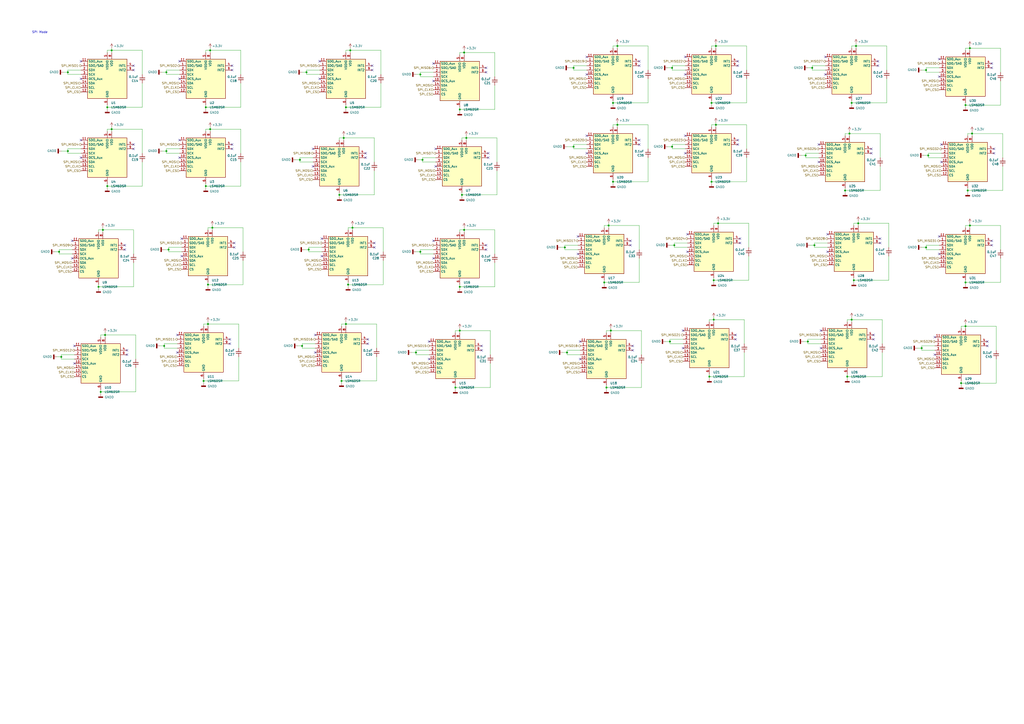
<source format=kicad_sch>
(kicad_sch (version 20231120) (generator "eeschema") (generator_version "8.0")
  (paper "A2")
  (junction (at 350.52 163.83))
  (junction (at 39.37 87.63))
  (junction (at 39.37 41.91))
  (junction (at 57.15 166.37))
  (junction (at 355.6 105.41))
  (junction (at 560.07 60.96))
  (junction (at 391.16 142.24))
  (junction (at 200.66 62.23))
  (junction (at 491.49 218.44))
  (junction (at 388.62 198.12))
  (junction (at 243.84 43.18))
  (junction (at 468.63 198.12))
  (junction (at 494.03 59.69))
  (junction (at 266.7 166.37))
  (junction (at 415.29 26.67))
  (junction (at 351.79 224.79))
  (junction (at 198.12 220.98))
  (junction (at 557.53 222.25))
  (junction (at 269.24 30.48))
  (junction (at 96.52 87.63))
  (junction (at 537.21 40.64))
  (junction (at 203.2 29.21))
  (junction (at 241.3 204.47))
  (junction (at 119.38 107.95))
  (junction (at 467.36 90.17))
  (junction (at 560.07 189.23))
  (junction (at 64.77 74.93))
  (junction (at 353.06 130.81))
  (junction (at 266.7 63.5))
  (junction (at 120.65 165.1))
  (junction (at 96.52 41.91))
  (junction (at 173.99 92.71))
  (junction (at 563.88 77.47))
  (junction (at 58.42 227.33))
  (junction (at 355.6 59.69))
  (junction (at 534.67 201.93))
  (junction (at 118.11 220.98))
  (junction (at 562.61 27.94))
  (junction (at 60.96 194.31))
  (junction (at 179.07 144.78))
  (junction (at 62.23 62.23))
  (junction (at 204.47 132.08))
  (junction (at 497.84 129.54))
  (junction (at 332.74 85.09))
  (junction (at 358.14 26.67))
  (junction (at 121.92 29.21))
  (junction (at 414.02 162.56))
  (junction (at 64.77 29.21))
  (junction (at 492.76 77.47))
  (junction (at 121.92 74.93))
  (junction (at 267.97 113.03))
  (junction (at 412.75 105.41))
  (junction (at 494.03 185.42))
  (junction (at 412.75 59.69))
  (junction (at 562.61 130.81))
  (junction (at 119.38 62.23))
  (junction (at 389.89 85.09))
  (junction (at 264.16 224.79))
  (junction (at 332.74 39.37))
  (junction (at 177.8 41.91))
  (junction (at 496.57 26.67))
  (junction (at 123.19 132.08))
  (junction (at 490.22 110.49))
  (junction (at 414.02 185.42))
  (junction (at 95.25 200.66))
  (junction (at 537.21 143.51))
  (junction (at 416.56 129.54))
  (junction (at 270.51 80.01))
  (junction (at 495.3 162.56))
  (junction (at 328.93 204.47))
  (junction (at 35.56 207.01))
  (junction (at 196.85 113.03))
  (junction (at 354.33 191.77))
  (junction (at 201.93 165.1))
  (junction (at 245.11 92.71))
  (junction (at 560.07 163.83))
  (junction (at 472.44 142.24))
  (junction (at 471.17 39.37))
  (junction (at 561.34 110.49))
  (junction (at 59.69 133.35))
  (junction (at 269.24 133.35))
  (junction (at 243.84 146.05))
  (junction (at 415.29 72.39))
  (junction (at 358.14 72.39))
  (junction (at 97.79 144.78))
  (junction (at 34.29 146.05))
  (junction (at 266.7 191.77))
  (junction (at 120.65 187.96))
  (junction (at 175.26 200.66))
  (junction (at 389.89 39.37))
  (junction (at 200.66 187.96))
  (junction (at 199.39 80.01))
  (junction (at 62.23 107.95))
  (junction (at 538.48 90.17))
  (junction (at 327.66 143.51))
  (junction (at 411.48 218.44))
  (no_connect (at 429.26 140.97))
  (no_connect (at 248.92 198.12))
  (no_connect (at 134.62 40.64))
  (no_connect (at 396.24 191.77))
  (no_connect (at 427.99 35.56))
  (no_connect (at 283.21 91.44))
  (no_connect (at 72.39 144.78))
  (no_connect (at 478.79 43.18))
  (no_connect (at 509.27 35.56))
  (no_connect (at 281.94 39.37))
  (no_connect (at 427.99 83.82))
  (no_connect (at 336.55 208.28))
  (no_connect (at 105.41 148.59))
  (no_connect (at 181.61 96.52))
  (no_connect (at 104.14 81.28))
  (no_connect (at 281.94 144.78))
  (no_connect (at 335.28 147.32))
  (no_connect (at 251.46 149.86))
  (no_connect (at 77.47 86.36))
  (no_connect (at 251.46 36.83))
  (no_connect (at 506.73 194.31))
  (no_connect (at 476.25 191.77))
  (no_connect (at 370.84 83.82))
  (no_connect (at 102.87 194.31))
  (no_connect (at 427.99 38.1))
  (no_connect (at 575.31 39.37))
  (no_connect (at 546.1 93.98))
  (no_connect (at 73.66 205.74))
  (no_connect (at 46.99 81.28))
  (no_connect (at 336.55 198.12))
  (no_connect (at 542.29 195.58))
  (no_connect (at 134.62 86.36))
  (no_connect (at 510.54 138.43))
  (no_connect (at 365.76 139.7))
  (no_connect (at 509.27 38.1))
  (no_connect (at 248.92 208.28))
  (no_connect (at 340.36 88.9))
  (no_connect (at 252.73 96.52))
  (no_connect (at 185.42 35.56))
  (no_connect (at 365.76 142.24))
  (no_connect (at 575.31 36.83))
  (no_connect (at 335.28 137.16))
  (no_connect (at 77.47 38.1))
  (no_connect (at 576.58 88.9))
  (no_connect (at 217.17 143.51))
  (no_connect (at 213.36 196.85))
  (no_connect (at 544.83 44.45))
  (no_connect (at 397.51 43.18))
  (no_connect (at 510.54 140.97))
  (no_connect (at 104.14 45.72))
  (no_connect (at 102.87 204.47))
  (no_connect (at 252.73 86.36))
  (no_connect (at 367.03 203.2))
  (no_connect (at 397.51 78.74))
  (no_connect (at 77.47 83.82))
  (no_connect (at 133.35 199.39))
  (no_connect (at 397.51 88.9))
  (no_connect (at 215.9 38.1))
  (no_connect (at 279.4 200.66))
  (no_connect (at 134.62 83.82))
  (no_connect (at 572.77 200.66))
  (no_connect (at 480.06 135.89))
  (no_connect (at 43.18 210.82))
  (no_connect (at 104.14 35.56))
  (no_connect (at 281.94 142.24))
  (no_connect (at 506.73 196.85))
  (no_connect (at 186.69 138.43))
  (no_connect (at 427.99 81.28))
  (no_connect (at 104.14 91.44))
  (no_connect (at 398.78 135.89))
  (no_connect (at 105.41 138.43))
  (no_connect (at 505.46 88.9))
  (no_connect (at 575.31 142.24))
  (no_connect (at 546.1 83.82))
  (no_connect (at 181.61 86.36))
  (no_connect (at 77.47 40.64))
  (no_connect (at 544.83 137.16))
  (no_connect (at 505.46 86.36))
  (no_connect (at 215.9 40.64))
  (no_connect (at 367.03 200.66))
  (no_connect (at 212.09 88.9))
  (no_connect (at 217.17 140.97))
  (no_connect (at 281.94 41.91))
  (no_connect (at 135.89 143.51))
  (no_connect (at 72.39 142.24))
  (no_connect (at 429.26 138.43))
  (no_connect (at 370.84 81.28))
  (no_connect (at 474.98 83.82))
  (no_connect (at 476.25 201.93))
  (no_connect (at 283.21 88.9))
  (no_connect (at 340.36 43.18))
  (no_connect (at 279.4 203.2))
  (no_connect (at 251.46 139.7))
  (no_connect (at 213.36 199.39))
  (no_connect (at 46.99 91.44))
  (no_connect (at 73.66 203.2))
  (no_connect (at 572.77 198.12))
  (no_connect (at 480.06 146.05))
  (no_connect (at 185.42 45.72))
  (no_connect (at 474.98 93.98))
  (no_connect (at 134.62 38.1))
  (no_connect (at 340.36 78.74))
  (no_connect (at 251.46 46.99))
  (no_connect (at 133.35 196.85))
  (no_connect (at 182.88 194.31))
  (no_connect (at 182.88 204.47))
  (no_connect (at 340.36 33.02))
  (no_connect (at 544.83 147.32))
  (no_connect (at 186.69 148.59))
  (no_connect (at 41.91 139.7))
  (no_connect (at 370.84 35.56))
  (no_connect (at 426.72 194.31))
  (no_connect (at 478.79 33.02))
  (no_connect (at 135.89 140.97))
  (no_connect (at 544.83 34.29))
  (no_connect (at 396.24 201.93))
  (no_connect (at 46.99 45.72))
  (no_connect (at 43.18 200.66))
  (no_connect (at 575.31 139.7))
  (no_connect (at 426.72 196.85))
  (no_connect (at 398.78 146.05))
  (no_connect (at 576.58 86.36))
  (no_connect (at 397.51 33.02))
  (no_connect (at 542.29 205.74))
  (no_connect (at 212.09 91.44))
  (no_connect (at 46.99 35.56))
  (no_connect (at 41.91 149.86))
  (no_connect (at 370.84 38.1))
  (wire (pts (xy 62.23 107.95) (xy 62.23 106.68)))
  (wire (pts (xy 478.79 38.1) (xy 471.17 38.1)))
  (wire (pts (xy 431.8 199.39) (xy 431.8 185.42)))
  (wire (pts (xy 560.07 165.1) (xy 560.07 163.83)))
  (wire (pts (xy 121.92 76.2) (xy 121.92 74.93)))
  (wire (pts (xy 354.33 190.5) (xy 354.33 191.77)))
  (wire (pts (xy 58.42 228.6) (xy 58.42 227.33)))
  (wire (pts (xy 560.07 190.5) (xy 560.07 189.23)))
  (wire (pts (xy 562.61 130.81) (xy 560.07 130.81)))
  (wire (pts (xy 218.44 201.93) (xy 218.44 187.96)))
  (wire (pts (xy 196.85 113.03) (xy 196.85 111.76)))
  (wire (pts (xy 515.62 162.56) (xy 495.3 162.56)))
  (wire (pts (xy 350.52 130.81) (xy 350.52 132.08)))
  (wire (pts (xy 57.15 166.37) (xy 57.15 165.1)))
  (wire (pts (xy 580.39 46.99) (xy 580.39 60.96)))
  (wire (pts (xy 412.75 106.68) (xy 412.75 105.41)))
  (wire (pts (xy 412.75 59.69) (xy 412.75 58.42)))
  (wire (pts (xy 217.17 113.03) (xy 196.85 113.03)))
  (wire (pts (xy 433.07 72.39) (xy 415.29 72.39)))
  (wire (pts (xy 60.96 195.58) (xy 60.96 194.31)))
  (wire (pts (xy 97.79 143.51) (xy 97.79 144.78)))
  (wire (pts (xy 581.66 91.44) (xy 581.66 77.47)))
  (wire (pts (xy 220.98 62.23) (xy 200.66 62.23)))
  (wire (pts (xy 496.57 27.94) (xy 496.57 26.67)))
  (wire (pts (xy 537.21 143.51) (xy 537.21 144.78)))
  (wire (pts (xy 415.29 25.4) (xy 415.29 26.67)))
  (wire (pts (xy 266.7 30.48) (xy 266.7 31.75)))
  (wire (pts (xy 577.85 189.23) (xy 560.07 189.23)))
  (wire (pts (xy 199.39 81.28) (xy 199.39 80.01)))
  (wire (pts (xy 325.12 143.51) (xy 327.66 143.51)))
  (wire (pts (xy 490.22 111.76) (xy 490.22 110.49)))
  (wire (pts (xy 266.7 190.5) (xy 266.7 191.77)))
  (wire (pts (xy 287.02 152.4) (xy 287.02 166.37)))
  (wire (pts (xy 217.17 99.06) (xy 217.17 113.03)))
  (wire (pts (xy 118.11 187.96) (xy 118.11 189.23)))
  (wire (pts (xy 472.44 143.51) (xy 480.06 143.51)))
  (wire (pts (xy 266.7 166.37) (xy 266.7 165.1)))
  (wire (pts (xy 266.7 63.5) (xy 266.7 62.23)))
  (wire (pts (xy 175.26 199.39) (xy 175.26 200.66)))
  (wire (pts (xy 561.34 77.47) (xy 561.34 78.74)))
  (wire (pts (xy 388.62 196.85) (xy 388.62 198.12)))
  (wire (pts (xy 387.35 85.09) (xy 389.89 85.09)))
  (wire (pts (xy 78.74 227.33) (xy 58.42 227.33)))
  (wire (pts (xy 494.03 185.42) (xy 491.49 185.42)))
  (wire (pts (xy 93.98 41.91) (xy 96.52 41.91)))
  (wire (pts (xy 251.46 144.78) (xy 243.84 144.78)))
  (wire (pts (xy 123.19 130.81) (xy 123.19 132.08)))
  (wire (pts (xy 39.37 88.9) (xy 46.99 88.9)))
  (wire (pts (xy 58.42 194.31) (xy 58.42 195.58)))
  (wire (pts (xy 332.74 39.37) (xy 332.74 40.64)))
  (wire (pts (xy 431.8 185.42) (xy 414.02 185.42)))
  (wire (pts (xy 372.11 191.77) (xy 354.33 191.77)))
  (wire (pts (xy 95.25 200.66) (xy 95.25 201.93)))
  (wire (pts (xy 358.14 73.66) (xy 358.14 72.39)))
  (wire (pts (xy 269.24 29.21) (xy 269.24 30.48)))
  (wire (pts (xy 353.06 132.08) (xy 353.06 130.81)))
  (wire (pts (xy 204.47 132.08) (xy 201.93 132.08)))
  (wire (pts (xy 581.66 110.49) (xy 561.34 110.49)))
  (wire (pts (xy 60.96 193.04) (xy 60.96 194.31)))
  (wire (pts (xy 267.97 114.3) (xy 267.97 113.03)))
  (wire (pts (xy 562.61 26.67) (xy 562.61 27.94)))
  (wire (pts (xy 241.3 43.18) (xy 243.84 43.18)))
  (wire (pts (xy 491.49 185.42) (xy 491.49 186.69)))
  (wire (pts (xy 350.52 163.83) (xy 350.52 162.56)))
  (wire (pts (xy 560.07 60.96) (xy 560.07 59.69)))
  (wire (pts (xy 511.81 204.47) (xy 511.81 218.44)))
  (wire (pts (xy 203.2 27.94) (xy 203.2 29.21)))
  (wire (pts (xy 328.93 205.74) (xy 336.55 205.74)))
  (wire (pts (xy 372.11 205.74) (xy 372.11 191.77)))
  (wire (pts (xy 120.65 132.08) (xy 120.65 133.35)))
  (wire (pts (xy 562.61 27.94) (xy 560.07 27.94)))
  (wire (pts (xy 203.2 30.48) (xy 203.2 29.21)))
  (wire (pts (xy 562.61 129.54) (xy 562.61 130.81)))
  (wire (pts (xy 264.16 191.77) (xy 264.16 193.04)))
  (wire (pts (xy 433.07 86.36) (xy 433.07 72.39)))
  (wire (pts (xy 389.89 86.36) (xy 397.51 86.36)))
  (wire (pts (xy 288.29 99.06) (xy 288.29 113.03)))
  (wire (pts (xy 480.06 140.97) (xy 472.44 140.97)))
  (wire (pts (xy 434.34 162.56) (xy 414.02 162.56)))
  (wire (pts (xy 222.25 151.13) (xy 222.25 165.1)))
  (wire (pts (xy 121.92 30.48) (xy 121.92 29.21)))
  (wire (pts (xy 243.84 44.45) (xy 251.46 44.45)))
  (wire (pts (xy 415.29 72.39) (xy 412.75 72.39)))
  (wire (pts (xy 269.24 133.35) (xy 266.7 133.35)))
  (wire (pts (xy 179.07 146.05) (xy 186.69 146.05)))
  (wire (pts (xy 62.23 29.21) (xy 62.23 30.48)))
  (wire (pts (xy 414.02 129.54) (xy 414.02 130.81)))
  (wire (pts (xy 139.7 62.23) (xy 119.38 62.23)))
  (wire (pts (xy 218.44 207.01) (xy 218.44 220.98)))
  (wire (pts (xy 96.52 41.91) (xy 96.52 43.18)))
  (wire (pts (xy 284.48 210.82) (xy 284.48 224.79)))
  (wire (pts (xy 96.52 40.64) (xy 96.52 41.91)))
  (wire (pts (xy 336.55 203.2) (xy 328.93 203.2)))
  (wire (pts (xy 497.84 129.54) (xy 495.3 129.54)))
  (wire (pts (xy 62.23 74.93) (xy 62.23 76.2)))
  (wire (pts (xy 138.43 187.96) (xy 120.65 187.96)))
  (wire (pts (xy 266.7 64.77) (xy 266.7 63.5)))
  (wire (pts (xy 243.84 144.78) (xy 243.84 146.05)))
  (wire (pts (xy 139.7 74.93) (xy 121.92 74.93)))
  (wire (pts (xy 36.83 41.91) (xy 39.37 41.91)))
  (wire (pts (xy 270.51 78.74) (xy 270.51 80.01)))
  (wire (pts (xy 201.93 166.37) (xy 201.93 165.1)))
  (wire (pts (xy 534.67 203.2) (xy 542.29 203.2)))
  (wire (pts (xy 119.38 63.5) (xy 119.38 62.23)))
  (wire (pts (xy 580.39 149.86) (xy 580.39 163.83)))
  (wire (pts (xy 328.93 85.09) (xy 332.74 85.09)))
  (wire (pts (xy 433.07 45.72) (xy 433.07 59.69)))
  (wire (pts (xy 97.79 146.05) (xy 105.41 146.05)))
  (wire (pts (xy 434.34 129.54) (xy 416.56 129.54)))
  (wire (pts (xy 269.24 31.75) (xy 269.24 30.48)))
  (wire (pts (xy 511.81 199.39) (xy 511.81 185.42)))
  (wire (pts (xy 561.34 110.49) (xy 561.34 109.22)))
  (wire (pts (xy 181.61 91.44) (xy 173.99 91.44)))
  (wire (pts (xy 96.52 43.18) (xy 104.14 43.18)))
  (wire (pts (xy 78.74 208.28) (xy 78.74 194.31)))
  (wire (pts (xy 416.56 129.54) (xy 414.02 129.54)))
  (wire (pts (xy 510.54 91.44) (xy 510.54 77.47)))
  (wire (pts (xy 514.35 45.72) (xy 514.35 59.69)))
  (wire (pts (xy 243.84 43.18) (xy 243.84 44.45)))
  (wire (pts (xy 490.22 77.47) (xy 490.22 78.74)))
  (wire (pts (xy 97.79 144.78) (xy 97.79 146.05)))
  (wire (pts (xy 538.48 90.17) (xy 538.48 91.44)))
  (wire (pts (xy 176.53 144.78) (xy 179.07 144.78)))
  (wire (pts (xy 287.02 30.48) (xy 269.24 30.48)))
  (wire (pts (xy 514.35 40.64) (xy 514.35 26.67)))
  (wire (pts (xy 372.11 210.82) (xy 372.11 224.79)))
  (wire (pts (xy 515.62 148.59) (xy 515.62 162.56)))
  (wire (pts (xy 140.97 165.1) (xy 120.65 165.1)))
  (wire (pts (xy 62.23 62.23) (xy 62.23 60.96)))
  (wire (pts (xy 270.51 81.28) (xy 270.51 80.01)))
  (wire (pts (xy 241.3 205.74) (xy 248.92 205.74)))
  (wire (pts (xy 396.24 196.85) (xy 388.62 196.85)))
  (wire (pts (xy 57.15 167.64) (xy 57.15 166.37)))
  (wire (pts (xy 82.55 48.26) (xy 82.55 62.23)))
  (wire (pts (xy 77.47 147.32) (xy 77.47 133.35)))
  (wire (pts (xy 511.81 185.42) (xy 494.03 185.42)))
  (wire (pts (xy 562.61 29.21) (xy 562.61 27.94)))
  (wire (pts (xy 332.74 85.09) (xy 332.74 86.36)))
  (wire (pts (xy 196.85 80.01) (xy 196.85 81.28)))
  (wire (pts (xy 472.44 142.24) (xy 472.44 143.51)))
  (wire (pts (xy 391.16 140.97) (xy 391.16 142.24)))
  (wire (pts (xy 562.61 132.08) (xy 562.61 130.81)))
  (wire (pts (xy 340.36 38.1) (xy 332.74 38.1)))
  (wire (pts (xy 33.02 207.01) (xy 35.56 207.01)))
  (wire (pts (xy 288.29 113.03) (xy 267.97 113.03)))
  (wire (pts (xy 327.66 142.24) (xy 327.66 143.51)))
  (wire (pts (xy 415.29 73.66) (xy 415.29 72.39)))
  (wire (pts (xy 358.14 27.94) (xy 358.14 26.67)))
  (wire (pts (xy 62.23 109.22) (xy 62.23 107.95)))
  (wire (pts (xy 96.52 88.9) (xy 104.14 88.9)))
  (wire (pts (xy 241.3 146.05) (xy 243.84 146.05)))
  (wire (pts (xy 466.09 198.12) (xy 468.63 198.12)))
  (wire (pts (xy 118.11 222.25) (xy 118.11 220.98)))
  (wire (pts (xy 544.83 39.37) (xy 537.21 39.37)))
  (wire (pts (xy 200.66 186.69) (xy 200.66 187.96)))
  (wire (pts (xy 414.02 163.83) (xy 414.02 162.56)))
  (wire (pts (xy 64.77 74.93) (xy 62.23 74.93)))
  (wire (pts (xy 185.42 40.64) (xy 177.8 40.64)))
  (wire (pts (xy 560.07 27.94) (xy 560.07 29.21)))
  (wire (pts (xy 354.33 193.04) (xy 354.33 191.77)))
  (wire (pts (xy 64.77 29.21) (xy 62.23 29.21)))
  (wire (pts (xy 264.16 224.79) (xy 264.16 223.52)))
  (wire (pts (xy 389.89 39.37) (xy 389.89 40.64)))
  (wire (pts (xy 510.54 96.52) (xy 510.54 110.49)))
  (wire (pts (xy 198.12 220.98) (xy 198.12 219.71)))
  (wire (pts (xy 222.25 146.05) (xy 222.25 132.08)))
  (wire (pts (xy 266.7 133.35) (xy 266.7 134.62)))
  (wire (pts (xy 511.81 218.44) (xy 491.49 218.44)))
  (wire (pts (xy 375.92 105.41) (xy 355.6 105.41)))
  (wire (pts (xy 217.17 93.98) (xy 217.17 80.01)))
  (wire (pts (xy 120.65 186.69) (xy 120.65 187.96)))
  (wire (pts (xy 414.02 162.56) (xy 414.02 161.29)))
  (wire (pts (xy 59.69 133.35) (xy 57.15 133.35)))
  (wire (pts (xy 267.97 80.01) (xy 267.97 81.28)))
  (wire (pts (xy 327.66 143.51) (xy 327.66 144.78)))
  (wire (pts (xy 34.29 144.78) (xy 34.29 146.05)))
  (wire (pts (xy 173.99 91.44) (xy 173.99 92.71)))
  (wire (pts (xy 495.3 162.56) (xy 495.3 161.29)))
  (wire (pts (xy 266.7 193.04) (xy 266.7 191.77)))
  (wire (pts (xy 104.14 86.36) (xy 96.52 86.36)))
  (wire (pts (xy 139.7 29.21) (xy 121.92 29.21)))
  (wire (pts (xy 411.48 218.44) (xy 411.48 217.17)))
  (wire (pts (xy 557.53 222.25) (xy 557.53 220.98)))
  (wire (pts (xy 471.17 40.64) (xy 478.79 40.64)))
  (wire (pts (xy 476.25 196.85) (xy 468.63 196.85)))
  (wire (pts (xy 510.54 110.49) (xy 490.22 110.49)))
  (wire (pts (xy 39.37 43.18) (xy 46.99 43.18)))
  (wire (pts (xy 515.62 129.54) (xy 497.84 129.54)))
  (wire (pts (xy 123.19 132.08) (xy 120.65 132.08)))
  (wire (pts (xy 287.02 133.35) (xy 269.24 133.35)))
  (wire (pts (xy 287.02 147.32) (xy 287.02 133.35)))
  (wire (pts (xy 389.89 38.1) (xy 389.89 39.37)))
  (wire (pts (xy 538.48 91.44) (xy 546.1 91.44)))
  (wire (pts (xy 140.97 151.13) (xy 140.97 165.1)))
  (wire (pts (xy 287.02 49.53) (xy 287.02 63.5)))
  (wire (pts (xy 186.69 143.51) (xy 179.07 143.51)))
  (wire (pts (xy 355.6 59.69) (xy 355.6 58.42)))
  (wire (pts (xy 355.6 106.68) (xy 355.6 105.41)))
  (wire (pts (xy 355.6 60.96) (xy 355.6 59.69)))
  (wire (pts (xy 538.48 88.9) (xy 538.48 90.17)))
  (wire (pts (xy 332.74 86.36) (xy 340.36 86.36)))
  (wire (pts (xy 495.3 129.54) (xy 495.3 130.81)))
  (wire (pts (xy 537.21 144.78) (xy 544.83 144.78)))
  (wire (pts (xy 370.84 163.83) (xy 350.52 163.83)))
  (wire (pts (xy 242.57 92.71) (xy 245.11 92.71)))
  (wire (pts (xy 82.55 29.21) (xy 64.77 29.21)))
  (wire (pts (xy 537.21 40.64) (xy 537.21 41.91)))
  (wire (pts (xy 415.29 71.12) (xy 415.29 72.39)))
  (wire (pts (xy 287.02 63.5) (xy 266.7 63.5)))
  (wire (pts (xy 351.79 224.79) (xy 351.79 223.52)))
  (wire (pts (xy 119.38 109.22) (xy 119.38 107.95)))
  (wire (pts (xy 138.43 220.98) (xy 118.11 220.98)))
  (wire (pts (xy 35.56 205.74) (xy 35.56 207.01)))
  (wire (pts (xy 358.14 25.4) (xy 358.14 26.67)))
  (wire (pts (xy 96.52 87.63) (xy 96.52 88.9)))
  (wire (pts (xy 119.38 29.21) (xy 119.38 30.48)))
  (wire (pts (xy 252.73 91.44) (xy 245.11 91.44)))
  (wire (pts (xy 120.65 187.96) (xy 118.11 187.96)))
  (wire (pts (xy 434.34 148.59) (xy 434.34 162.56)))
  (wire (pts (xy 494.03 186.69) (xy 494.03 185.42)))
  (wire (pts (xy 433.07 26.67) (xy 415.29 26.67)))
  (wire (pts (xy 218.44 187.96) (xy 200.66 187.96)))
  (wire (pts (xy 34.29 146.05) (xy 34.29 147.32)))
  (wire (pts (xy 398.78 140.97) (xy 391.16 140.97)))
  (wire (pts (xy 35.56 208.28) (xy 43.18 208.28)))
  (wire (pts (xy 492.76 76.2) (xy 492.76 77.47)))
  (wire (pts (xy 326.39 204.47) (xy 328.93 204.47)))
  (wire (pts (xy 581.66 77.47) (xy 563.88 77.47)))
  (wire (pts (xy 121.92 73.66) (xy 121.92 74.93)))
  (wire (pts (xy 177.8 43.18) (xy 185.42 43.18)))
  (wire (pts (xy 563.88 78.74) (xy 563.88 77.47)))
  (wire (pts (xy 92.71 200.66) (xy 95.25 200.66)))
  (wire (pts (xy 375.92 45.72) (xy 375.92 59.69)))
  (wire (pts (xy 64.77 76.2) (xy 64.77 74.93)))
  (wire (pts (xy 375.92 40.64) (xy 375.92 26.67)))
  (wire (pts (xy 218.44 220.98) (xy 198.12 220.98)))
  (wire (pts (xy 537.21 142.24) (xy 537.21 143.51)))
  (wire (pts (xy 60.96 194.31) (xy 58.42 194.31)))
  (wire (pts (xy 561.34 111.76) (xy 561.34 110.49)))
  (wire (pts (xy 415.29 26.67) (xy 412.75 26.67)))
  (wire (pts (xy 494.03 26.67) (xy 494.03 27.94)))
  (wire (pts (xy 222.25 132.08) (xy 204.47 132.08)))
  (wire (pts (xy 264.16 226.06) (xy 264.16 224.79)))
  (wire (pts (xy 139.7 107.95) (xy 119.38 107.95)))
  (wire (pts (xy 172.72 200.66) (xy 175.26 200.66)))
  (wire (pts (xy 241.3 203.2) (xy 241.3 204.47)))
  (wire (pts (xy 284.48 191.77) (xy 266.7 191.77)))
  (wire (pts (xy 353.06 130.81) (xy 350.52 130.81)))
  (wire (pts (xy 412.75 60.96) (xy 412.75 59.69)))
  (wire (pts (xy 433.07 59.69) (xy 412.75 59.69)))
  (wire (pts (xy 411.48 219.71) (xy 411.48 218.44)))
  (wire (pts (xy 203.2 29.21) (xy 200.66 29.21)))
  (wire (pts (xy 105.41 143.51) (xy 97.79 143.51)))
  (wire (pts (xy 467.36 88.9) (xy 467.36 90.17)))
  (wire (pts (xy 388.62 199.39) (xy 396.24 199.39)))
  (wire (pts (xy 284.48 205.74) (xy 284.48 191.77)))
  (wire (pts (xy 542.29 200.66) (xy 534.67 200.66)))
  (wire (pts (xy 411.48 185.42) (xy 411.48 186.69)))
  (wire (pts (xy 139.7 48.26) (xy 139.7 62.23)))
  (wire (pts (xy 328.93 203.2) (xy 328.93 204.47)))
  (wire (pts (xy 34.29 147.32) (xy 41.91 147.32)))
  (wire (pts (xy 93.98 87.63) (xy 96.52 87.63)))
  (wire (pts (xy 388.62 142.24) (xy 391.16 142.24)))
  (wire (pts (xy 198.12 187.96) (xy 198.12 189.23)))
  (wire (pts (xy 355.6 105.41) (xy 355.6 104.14)))
  (wire (pts (xy 119.38 107.95) (xy 119.38 106.68)))
  (wire (pts (xy 138.43 207.01) (xy 138.43 220.98)))
  (wire (pts (xy 472.44 140.97) (xy 472.44 142.24)))
  (wire (pts (xy 416.56 130.81) (xy 416.56 129.54)))
  (wire (pts (xy 95.25 201.93) (xy 102.87 201.93)))
  (wire (pts (xy 204.47 133.35) (xy 204.47 132.08)))
  (wire (pts (xy 46.99 86.36) (xy 39.37 86.36)))
  (wire (pts (xy 82.55 88.9) (xy 82.55 74.93)))
  (wire (pts (xy 375.92 59.69) (xy 355.6 59.69)))
  (wire (pts (xy 204.47 130.81) (xy 204.47 132.08)))
  (wire (pts (xy 557.53 189.23) (xy 557.53 190.5)))
  (wire (pts (xy 39.37 41.91) (xy 39.37 43.18)))
  (wire (pts (xy 358.14 71.12) (xy 358.14 72.39)))
  (wire (pts (xy 77.47 152.4) (xy 77.47 166.37)))
  (wire (pts (xy 248.92 203.2) (xy 241.3 203.2)))
  (wire (pts (xy 358.14 26.67) (xy 355.6 26.67)))
  (wire (pts (xy 82.55 107.95) (xy 62.23 107.95)))
  (wire (pts (xy 35.56 207.01) (xy 35.56 208.28)))
  (wire (pts (xy 179.07 144.78) (xy 179.07 146.05)))
  (wire (pts (xy 494.03 60.96) (xy 494.03 59.69)))
  (wire (pts (xy 415.29 27.94) (xy 415.29 26.67)))
  (wire (pts (xy 355.6 72.39) (xy 355.6 73.66)))
  (wire (pts (xy 245.11 92.71) (xy 245.11 93.98)))
  (wire (pts (xy 35.56 87.63) (xy 39.37 87.63)))
  (wire (pts (xy 581.66 96.52) (xy 581.66 110.49)))
  (wire (pts (xy 266.7 167.64) (xy 266.7 166.37)))
  (wire (pts (xy 580.39 27.94) (xy 562.61 27.94)))
  (wire (pts (xy 64.77 73.66) (xy 64.77 74.93)))
  (wire (pts (xy 140.97 132.08) (xy 123.19 132.08)))
  (wire (pts (xy 469.9 142.24) (xy 472.44 142.24)))
  (wire (pts (xy 269.24 134.62) (xy 269.24 133.35)))
  (wire (pts (xy 514.35 59.69) (xy 494.03 59.69)))
  (wire (pts (xy 412.75 26.67) (xy 412.75 27.94)))
  (wire (pts (xy 474.98 88.9) (xy 467.36 88.9)))
  (wire (pts (xy 490.22 110.49) (xy 490.22 109.22)))
  (wire (pts (xy 104.14 40.64) (xy 96.52 40.64)))
  (wire (pts (xy 535.94 90.17) (xy 538.48 90.17)))
  (wire (pts (xy 497.84 128.27) (xy 497.84 129.54)))
  (wire (pts (xy 175.26 201.93) (xy 182.88 201.93)))
  (wire (pts (xy 39.37 87.63) (xy 39.37 88.9)))
  (wire (pts (xy 121.92 27.94) (xy 121.92 29.21)))
  (wire (pts (xy 391.16 142.24) (xy 391.16 143.51)))
  (wire (pts (xy 121.92 29.21) (xy 119.38 29.21)))
  (wire (pts (xy 96.52 86.36) (xy 96.52 87.63)))
  (wire (pts (xy 414.02 186.69) (xy 414.02 185.42)))
  (wire (pts (xy 340.36 83.82) (xy 332.74 83.82)))
  (wire (pts (xy 77.47 133.35) (xy 59.69 133.35)))
  (wire (pts (xy 431.8 218.44) (xy 411.48 218.44)))
  (wire (pts (xy 220.98 29.21) (xy 203.2 29.21)))
  (wire (pts (xy 389.89 40.64) (xy 397.51 40.64)))
  (wire (pts (xy 57.15 133.35) (xy 57.15 134.62)))
  (wire (pts (xy 563.88 77.47) (xy 561.34 77.47)))
  (wire (pts (xy 123.19 133.35) (xy 123.19 132.08)))
  (wire (pts (xy 467.36 91.44) (xy 474.98 91.44)))
  (wire (pts (xy 414.02 185.42) (xy 411.48 185.42)))
  (wire (pts (xy 370.84 149.86) (xy 370.84 163.83)))
  (wire (pts (xy 534.67 40.64) (xy 537.21 40.64)))
  (wire (pts (xy 353.06 129.54) (xy 353.06 130.81)))
  (wire (pts (xy 375.92 91.44) (xy 375.92 105.41)))
  (wire (pts (xy 245.11 93.98) (xy 252.73 93.98)))
  (wire (pts (xy 370.84 144.78) (xy 370.84 130.81)))
  (wire (pts (xy 355.6 26.67) (xy 355.6 27.94)))
  (wire (pts (xy 266.7 191.77) (xy 264.16 191.77)))
  (wire (pts (xy 78.74 194.31) (xy 60.96 194.31)))
  (wire (pts (xy 140.97 146.05) (xy 140.97 132.08)))
  (wire (pts (xy 118.11 220.98) (xy 118.11 219.71)))
  (wire (pts (xy 388.62 198.12) (xy 388.62 199.39)))
  (wire (pts (xy 59.69 132.08) (xy 59.69 133.35)))
  (wire (pts (xy 288.29 80.01) (xy 270.51 80.01)))
  (wire (pts (xy 492.76 78.74) (xy 492.76 77.47)))
  (wire (pts (xy 198.12 222.25) (xy 198.12 220.98)))
  (wire (pts (xy 471.17 39.37) (xy 471.17 40.64)))
  (wire (pts (xy 433.07 40.64) (xy 433.07 26.67)))
  (wire (pts (xy 580.39 41.91) (xy 580.39 27.94)))
  (wire (pts (xy 222.25 165.1) (xy 201.93 165.1)))
  (wire (pts (xy 515.62 143.51) (xy 515.62 129.54)))
  (wire (pts (xy 82.55 93.98) (xy 82.55 107.95)))
  (wire (pts (xy 120.65 166.37) (xy 120.65 165.1)))
  (wire (pts (xy 354.33 191.77) (xy 351.79 191.77)))
  (wire (pts (xy 351.79 191.77) (xy 351.79 193.04)))
  (wire (pts (xy 138.43 201.93) (xy 138.43 187.96)))
  (wire (pts (xy 496.57 25.4) (xy 496.57 26.67)))
  (wire (pts (xy 328.93 204.47) (xy 328.93 205.74)))
  (wire (pts (xy 496.57 26.67) (xy 494.03 26.67)))
  (wire (pts (xy 243.84 41.91) (xy 243.84 43.18)))
  (wire (pts (xy 468.63 39.37) (xy 471.17 39.37)))
  (wire (pts (xy 139.7 93.98) (xy 139.7 107.95)))
  (wire (pts (xy 387.35 39.37) (xy 389.89 39.37)))
  (wire (pts (xy 58.42 227.33) (xy 58.42 226.06)))
  (wire (pts (xy 580.39 60.96) (xy 560.07 60.96)))
  (wire (pts (xy 495.3 163.83) (xy 495.3 162.56)))
  (wire (pts (xy 95.25 199.39) (xy 95.25 200.66)))
  (wire (pts (xy 200.66 187.96) (xy 198.12 187.96)))
  (wire (pts (xy 217.17 80.01) (xy 199.39 80.01)))
  (wire (pts (xy 287.02 166.37) (xy 266.7 166.37)))
  (wire (pts (xy 560.07 130.81) (xy 560.07 132.08)))
  (wire (pts (xy 577.85 222.25) (xy 557.53 222.25)))
  (wire (pts (xy 397.51 38.1) (xy 389.89 38.1)))
  (wire (pts (xy 467.36 90.17) (xy 467.36 91.44)))
  (wire (pts (xy 560.07 62.23) (xy 560.07 60.96)))
  (wire (pts (xy 62.23 63.5) (xy 62.23 62.23)))
  (wire (pts (xy 391.16 143.51) (xy 398.78 143.51)))
  (wire (pts (xy 412.75 105.41) (xy 412.75 104.14)))
  (wire (pts (xy 370.84 130.81) (xy 353.06 130.81)))
  (wire (pts (xy 220.98 43.18) (xy 220.98 29.21)))
  (wire (pts (xy 200.66 63.5) (xy 200.66 62.23)))
  (wire (pts (xy 77.47 166.37) (xy 57.15 166.37)))
  (wire (pts (xy 177.8 41.91) (xy 177.8 43.18)))
  (wire (pts (xy 245.11 91.44) (xy 245.11 92.71)))
  (wire (pts (xy 534.67 201.93) (xy 534.67 203.2)))
  (wire (pts (xy 580.39 163.83) (xy 560.07 163.83)))
  (wire (pts (xy 375.92 72.39) (xy 358.14 72.39)))
  (wire (pts (xy 175.26 200.66) (xy 175.26 201.93)))
  (wire (pts (xy 434.34 143.51) (xy 434.34 129.54)))
  (wire (pts (xy 199.39 80.01) (xy 196.85 80.01)))
  (wire (pts (xy 102.87 199.39) (xy 95.25 199.39)))
  (wire (pts (xy 351.79 226.06) (xy 351.79 224.79)))
  (wire (pts (xy 563.88 76.2) (xy 563.88 77.47)))
  (wire (pts (xy 177.8 40.64) (xy 177.8 41.91)))
  (wire (pts (xy 468.63 198.12) (xy 468.63 199.39)))
  (wire (pts (xy 139.7 88.9) (xy 139.7 74.93)))
  (wire (pts (xy 243.84 146.05) (xy 243.84 147.32)))
  (wire (pts (xy 267.97 113.03) (xy 267.97 111.76)))
  (wire (pts (xy 491.49 219.71) (xy 491.49 218.44)))
  (wire (pts (xy 433.07 91.44) (xy 433.07 105.41)))
  (wire (pts (xy 412.75 72.39) (xy 412.75 73.66)))
  (wire (pts (xy 284.48 224.79) (xy 264.16 224.79)))
  (wire (pts (xy 82.55 62.23) (xy 62.23 62.23)))
  (wire (pts (xy 82.55 74.93) (xy 64.77 74.93)))
  (wire (pts (xy 139.7 43.18) (xy 139.7 29.21)))
  (wire (pts (xy 375.92 86.36) (xy 375.92 72.39)))
  (wire (pts (xy 82.55 43.18) (xy 82.55 29.21)))
  (wire (pts (xy 120.65 189.23) (xy 120.65 187.96)))
  (wire (pts (xy 397.51 83.82) (xy 389.89 83.82)))
  (wire (pts (xy 201.93 165.1) (xy 201.93 163.83)))
  (wire (pts (xy 171.45 92.71) (xy 173.99 92.71)))
  (wire (pts (xy 335.28 142.24) (xy 327.66 142.24)))
  (wire (pts (xy 31.75 146.05) (xy 34.29 146.05)))
  (wire (pts (xy 199.39 78.74) (xy 199.39 80.01)))
  (wire (pts (xy 389.89 85.09) (xy 389.89 86.36)))
  (wire (pts (xy 468.63 199.39) (xy 476.25 199.39)))
  (wire (pts (xy 182.88 199.39) (xy 175.26 199.39)))
  (wire (pts (xy 332.74 38.1) (xy 332.74 39.37)))
  (wire (pts (xy 560.07 187.96) (xy 560.07 189.23)))
  (wire (pts (xy 471.17 38.1) (xy 471.17 39.37)))
  (wire (pts (xy 431.8 204.47) (xy 431.8 218.44)))
  (wire (pts (xy 269.24 30.48) (xy 266.7 30.48)))
  (wire (pts (xy 59.69 134.62) (xy 59.69 133.35)))
  (wire (pts (xy 200.66 29.21) (xy 200.66 30.48)))
  (wire (pts (xy 464.82 90.17) (xy 467.36 90.17)))
  (wire (pts (xy 560.07 189.23) (xy 557.53 189.23)))
  (wire (pts (xy 510.54 77.47) (xy 492.76 77.47)))
  (wire (pts (xy 241.3 204.47) (xy 241.3 205.74)))
  (wire (pts (xy 43.18 205.74) (xy 35.56 205.74)))
  (wire (pts (xy 41.91 144.78) (xy 34.29 144.78)))
  (wire (pts (xy 270.51 80.01) (xy 267.97 80.01)))
  (wire (pts (xy 491.49 218.44) (xy 491.49 217.17)))
  (wire (pts (xy 577.85 203.2) (xy 577.85 189.23)))
  (wire (pts (xy 532.13 201.93) (xy 534.67 201.93)))
  (wire (pts (xy 64.77 30.48) (xy 64.77 29.21)))
  (wire (pts (xy 327.66 144.78) (xy 335.28 144.78)))
  (wire (pts (xy 238.76 204.47) (xy 241.3 204.47)))
  (wire (pts (xy 546.1 88.9) (xy 538.48 88.9)))
  (wire (pts (xy 39.37 40.64) (xy 39.37 41.91)))
  (wire (pts (xy 64.77 27.94) (xy 64.77 29.21)))
  (wire (pts (xy 372.11 224.79) (xy 351.79 224.79)))
  (wire (pts (xy 95.25 144.78) (xy 97.79 144.78)))
  (wire (pts (xy 580.39 130.81) (xy 562.61 130.81)))
  (wire (pts (xy 119.38 62.23) (xy 119.38 60.96)))
  (wire (pts (xy 251.46 41.91) (xy 243.84 41.91)))
  (wire (pts (xy 494.03 184.15) (xy 494.03 185.42)))
  (wire (pts (xy 243.84 147.32) (xy 251.46 147.32)))
  (wire (pts (xy 414.02 184.15) (xy 414.02 185.42)))
  (wire (pts (xy 287.02 44.45) (xy 287.02 30.48)))
  (wire (pts (xy 358.14 72.39) (xy 355.6 72.39)))
  (wire (pts (xy 537.21 41.91) (xy 544.83 41.91)))
  (wire (pts (xy 386.08 198.12) (xy 388.62 198.12)))
  (wire (pts (xy 577.85 208.28) (xy 577.85 222.25)))
  (wire (pts (xy 560.07 163.83) (xy 560.07 162.56)))
  (wire (pts (xy 544.83 142.24) (xy 537.21 142.24)))
  (wire (pts (xy 332.74 40.64) (xy 340.36 40.64)))
  (wire (pts (xy 332.74 83.82) (xy 332.74 85.09)))
  (wire (pts (xy 492.76 77.47) (xy 490.22 77.47)))
  (wire (pts (xy 179.07 143.51) (xy 179.07 144.78)))
  (wire (pts (xy 120.65 165.1) (xy 120.65 163.83)))
  (wire (pts (xy 200.66 62.23) (xy 200.66 60.96)))
  (wire (pts (xy 534.67 200.66) (xy 534.67 201.93)))
  (wire (pts (xy 46.99 40.64) (xy 39.37 40.64)))
  (wire (pts (xy 557.53 223.52) (xy 557.53 222.25)))
  (wire (pts (xy 173.99 92.71) (xy 173.99 93.98)))
  (wire (pts (xy 220.98 48.26) (xy 220.98 62.23)))
  (wire (pts (xy 389.89 83.82) (xy 389.89 85.09)))
  (wire (pts (xy 468.63 196.85) (xy 468.63 198.12)))
  (wire (pts (xy 39.37 86.36) (xy 39.37 87.63)))
  (wire (pts (xy 330.2 39.37) (xy 332.74 39.37)))
  (wire (pts (xy 534.67 143.51) (xy 537.21 143.51)))
  (wire (pts (xy 350.52 165.1) (xy 350.52 163.83)))
  (wire (pts (xy 433.07 105.41) (xy 412.75 105.41)))
  (wire (pts (xy 497.84 130.81) (xy 497.84 129.54)))
  (wire (pts (xy 175.26 41.91) (xy 177.8 41.91)))
  (wire (pts (xy 119.38 74.93) (xy 119.38 76.2)))
  (wire (pts (xy 269.24 132.08) (xy 269.24 133.35)))
  (wire (pts (xy 494.03 59.69) (xy 494.03 58.42)))
  (wire (pts (xy 121.92 74.93) (xy 119.38 74.93)))
  (wire (pts (xy 78.74 213.36) (xy 78.74 227.33)))
  (wire (pts (xy 201.93 132.08) (xy 201.93 133.35)))
  (wire (pts (xy 375.92 26.67) (xy 358.14 26.67)))
  (wire (pts (xy 514.35 26.67) (xy 496.57 26.67)))
  (wire (pts (xy 200.66 189.23) (xy 200.66 187.96)))
  (wire (pts (xy 416.56 128.27) (xy 416.56 129.54)))
  (wire (pts (xy 580.39 144.78) (xy 580.39 130.81)))
  (wire (pts (xy 537.21 39.37) (xy 537.21 40.64)))
  (wire (pts (xy 288.29 93.98) (xy 288.29 80.01)))
  (wire (pts (xy 196.85 114.3) (xy 196.85 113.03)))
  (wire (pts (xy 173.99 93.98) (xy 181.61 93.98)))
  (text "SPI Mode" (at 23.114 18.796 0) (effects (font (size 1.27 1.27))))
  (hierarchical_label "SPI_CLK" (shape input) (at 340.36 48.26 180))
  (hierarchical_label "SPI_MOSI" (shape input) (at 186.69 151.13 180))
  (hierarchical_label "SPI_CS" (shape input) (at 340.36 50.8 180))
  (hierarchical_label "SPI_CS" (shape input) (at 335.28 154.94 180))
  (hierarchical_label "SPI_MOSI" (shape input) (at 104.14 93.98 180))
  (hierarchical_label "SPI_MISO29" (shape output) (at 542.29 198.12 180))
  (hierarchical_label "SPI_CLK" (shape input) (at 104.14 50.8 180))
  (hierarchical_label "SPI_MISO15" (shape output) (at 248.92 200.66 180))
  (hierarchical_label "SPI_MOSI" (shape input) (at 396.24 204.47 180))
  (hierarchical_label "SPI_CLK" (shape input) (at 476.25 207.01 180))
  (hierarchical_label "SPI_MISO19" (shape output) (at 340.36 35.56 180))
  (hierarchical_label "SPI_MOSI" (shape input) (at 544.83 46.99 180))
  (hierarchical_label "SPI_CLK" (shape input) (at 104.14 96.52 180))
  (hierarchical_label "SPI_MOSI" (shape input) (at 544.83 149.86 180))
  (hierarchical_label "SPI_CLK" (shape input) (at 105.41 153.67 180))
  (hierarchical_label "SPI_CS" (shape input) (at 480.06 153.67 180))
  (hierarchical_label "SPI_MISO21" (shape output) (at 396.24 194.31 180))
  (hierarchical_label "SPI_CLK" (shape input) (at 41.91 154.94 180))
  (hierarchical_label "SPI_CS" (shape input) (at 336.55 215.9 180))
  (hierarchical_label "SPI_MOSI" (shape input) (at 181.61 99.06 180))
  (hierarchical_label "SPI_MOSI" (shape input) (at 43.18 213.36 180))
  (hierarchical_label "SPI_MISO9" (shape output) (at 41.91 142.24 180))
  (hierarchical_label "SPI_CS" (shape input) (at 340.36 96.52 180))
  (hierarchical_label "SPI_MISO25" (shape output) (at 474.98 86.36 180))
  (hierarchical_label "SPI_CLK" (shape input) (at 46.99 50.8 180))
  (hierarchical_label "SPI_CLK" (shape input) (at 397.51 48.26 180))
  (hierarchical_label "SPI_MOSI" (shape input) (at 340.36 45.72 180))
  (hierarchical_label "SPI_CS" (shape input) (at 397.51 50.8 180))
  (hierarchical_label "SPI_CLK" (shape input) (at 340.36 93.98 180))
  (hierarchical_label "SPI_CS" (shape input) (at 102.87 212.09 180))
  (hierarchical_label "SPI_MISO12" (shape output) (at 43.18 203.2 180))
  (hierarchical_label "SPI_CS" (shape input) (at 41.91 157.48 180))
  (hierarchical_label "SPI_CLK" (shape input) (at 396.24 207.01 180))
  (hierarchical_label "SPI_MOSI" (shape input) (at 476.25 204.47 180))
  (hierarchical_label "SPI_MISO24" (shape output) (at 398.78 138.43 180))
  (hierarchical_label "SPI_CS" (shape input) (at 544.83 154.94 180))
  (hierarchical_label "SPI_MISO31" (shape output) (at 544.83 139.7 180))
  (hierarchical_label "SPI_CS" (shape input) (at 398.78 153.67 180))
  (hierarchical_label "SPI_CLK" (shape input) (at 252.73 101.6 180))
  (hierarchical_label "SPI_MOSI" (shape input) (at 185.42 48.26 180))
  (hierarchical_label "SPI_CLK" (shape input) (at 478.79 48.26 180))
  (hierarchical_label "SPI_MISO10" (shape output) (at 105.41 140.97 180))
  (hierarchical_label "SPI_MOSI" (shape input) (at 542.29 208.28 180))
  (hierarchical_label "SPI_MOSI" (shape input) (at 478.79 45.72 180))
  (hierarchical_label "SPI_MOSI" (shape input) (at 46.99 93.98 180))
  (hierarchical_label "SPI_CS" (shape input) (at 251.46 157.48 180))
  (hierarchical_label "SPI_MISO28" (shape output) (at 480.06 138.43 180))
  (hierarchical_label "SPI_MISO14" (shape output) (at 251.46 142.24 180))
  (hierarchical_label "SPI_CLK" (shape input) (at 480.06 151.13 180))
  (hierarchical_label "SPI_CS" (shape input) (at 542.29 213.36 180))
  (hierarchical_label "SPI_MISO2" (shape output) (at 104.14 38.1 180))
  (hierarchical_label "SPI_MOSI" (shape input) (at 340.36 91.44 180))
  (hierarchical_label "SPI_CLK" (shape input) (at 43.18 215.9 180))
  (hierarchical_label "SPI_MISO16" (shape output) (at 182.88 196.85 180))
  (hierarchical_label "SPI_CS" (shape input) (at 43.18 218.44 180))
  (hierarchical_label "SPI_CS" (shape input) (at 104.14 53.34 180))
  (hierarchical_label "SPI_CLK" (shape input) (at 546.1 99.06 180))
  (hierarchical_label "SPI_CS" (shape input) (at 251.46 54.61 180))
  (hierarchical_label "SPI_MISO6" (shape output) (at 251.46 39.37 180))
  (hierarchical_label "SPI_MISO26" (shape output) (at 476.25 194.31 180))
  (hierarchical_label "SPI_MOSI" (shape input) (at 252.73 99.06 180))
  (hierarchical_label "SPI_MISO23" (shape output) (at 397.51 81.28 180))
  (hierarchical_label "SPI_CLK" (shape input) (at 251.46 52.07 180))
  (hierarchical_label "SPI_CS" (shape input) (at 104.14 99.06 180))
  (hierarchical_label "SPI_CLK" (shape input) (at 248.92 213.36 180))
  (hierarchical_label "SPI_CS" (shape input) (at 105.41 156.21 180))
  (hierarchical_label "SPI_MISO22" (shape output) (at 397.51 35.56 180))
  (hierarchical_label "SPI_MISO20" (shape output) (at 340.36 81.28 180))
  (hierarchical_label "SPI_CLK" (shape input) (at 397.51 93.98 180))
  (hierarchical_label "SPI_CLK" (shape input) (at 398.78 151.13 180))
  (hierarchical_label "SPI_MOSI" (shape input) (at 41.91 152.4 180))
  (hierarchical_label "SPI_MISO4" (shape output) (at 46.99 83.82 180))
  (hierarchical_label "SPI_MISO32" (shape output) (at 546.1 86.36 180))
  (hierarchical_label "SPI_MOSI" (shape input) (at 398.78 148.59 180))
  (hierarchical_label "SPI_MOSI" (shape input) (at 480.06 148.59 180))
  (hierarchical_label "SPI_CS" (shape input) (at 46.99 53.34 180))
  (hierarchical_label "SPI_CLK" (shape input) (at 474.98 99.06 180))
  (hierarchical_label "SPI_MOSI" (shape input) (at 46.99 48.26 180))
  (hierarchical_label "SPI_MOSI" (shape input) (at 104.14 48.26 180))
  (hierarchical_label "SPI_MOSI" (shape input) (at 546.1 96.52 180))
  (hierarchical_label "SPI_MISO8" (shape output) (at 181.61 88.9 180))
  (hierarchical_label "SPI_CLK" (shape input) (at 335.28 152.4 180))
  (hierarchical_label "SPI_MISO7" (shape output) (at 252.73 88.9 180))
  (hierarchical_label "SPI_CLK" (shape input) (at 336.55 213.36 180))
  (hierarchical_label "SPI_CS" (shape input) (at 478.79 50.8 180))
  (hierarchical_label "SPI_MISO30" (shape output) (at 544.83 36.83 180))
  (hierarchical_label "SPI_MISO11" (shape output) (at 102.87 196.85 180))
  (hierarchical_label "SPI_CS" (shape input) (at 248.92 215.9 180))
  (hierarchical_label "SPI_CLK" (shape input) (at 46.99 96.52 180))
  (hierarchical_label "SPI_MOSI" (shape input) (at 336.55 210.82 180))
  (hierarchical_label "SPI_MOSI" (shape input) (at 251.46 49.53 180))
  (hierarchical_label "SPI_MOSI" (shape input) (at 397.51 91.44 180))
  (hierarchical_label "SPI_MOSI" (shape input) (at 251.46 152.4 180))
  (hierarchical_label "SPI_MISO5" (shape output) (at 185.42 38.1 180))
  (hierarchical_label "SPI_CLK" (shape input) (at 186.69 153.67 180))
  (hierarchical_label "SPI_CLK" (shape input) (at 185.42 50.8 180))
  (hierarchical_label "SPI_CLK" (shape input) (at 544.83 152.4 180))
  (hierarchical_label "SPI_CLK" (shape input) (at 181.61 101.6 180))
  (hierarchical_label "SPI_MOSI" (shape input) (at 474.98 96.52 180))
  (hierarchical_label "SPI_CS" (shape input) (at 182.88 212.09 180))
  (hierarchical_label "SPI_MOSI" (shape input) (at 335.28 149.86 180))
  (hierarchical_label "SPI_CS" (shape input) (at 397.51 96.52 180))
  (hierarchical_label "SPI_CLK" (shape input) (at 182.88 209.55 180))
  (hierarchical_label "SPI_CS" (shape input) (at 476.25 209.55 180))
  (hierarchical_label "SPI_CS" (shape input) (at 181.61 104.14 180))
  (hierarchical_label "SPI_MOSI" (shape input) (at 397.51 45.72 180))
  (hierarchical_label "SPI_CS" (shape input) (at 396.24 209.55 180))
  (hierarchical_label "SPI_MISO1" (shape output) (at 46.99 38.1 180))
  (hierarchical_label "SPI_CLK" (shape input) (at 251.46 154.94 180))
  (hierarchical_label "SPI_MISO27" (shape output) (at 478.79 35.56 180))
  (hierarchical_label "SPI_MOSI" (shape input) (at 182.88 207.01 180))
  (hierarchical_label "SPI_CS" (shape input) (at 544.83 52.07 180))
  (hierarchical_label "SPI_CS" (shape input) (at 185.42 53.34 180))
  (hierarchical_label "SPI_CLK" (shape input) (at 102.87 209.55 180))
  (hierarchical_label "SPI_CS" (shape input) (at 46.99 99.06 180))
  (hierarchical_label "SPI_MOSI" (shape input) (at 248.92 210.82 180))
  (hierarchical_label "SPI_MISO13" (shape output) (at 186.69 140.97 180))
  (hierarchical_label "SPI_CS" (shape input) (at 546.1 101.6 180))
  (hierarchical_label "SPI_CS" (shape input) (at 474.98 101.6 180))
  (hierarchical_label "SPI_CS" (shape input) (at 252.73 104.14 180))
  (hierarchical_label "SPI_MOSI" (shape input) (at 105.41 151.13 180))
  (hierarchical_label "SPI_CLK" (shape input) (at 544.83 49.53 180))
  (hierarchical_label "SPI_MISO17" (shape output) (at 335.28 139.7 180))
  (hierarchical_label "SPI_MISO18" (shape output) (at 336.55 200.66 180))
  (hierarchical_label "SPI_MISO3" (shape output) (at 104.14 83.82 180))
  (hierarchical_label "SPI_MOSI" (shape input) (at 102.87 207.01 180))
  (hierarchical_label "SPI_CLK" (shape input) (at 542.29 210.82 180))
  (hierarchical_label "SPI_CS" (shape input) (at 186.69 156.21 180))
  (symbol (lib_id "Device:C_Small") (at 580.39 44.45 180) (unit 1)
    (property "Reference" "C46" (at 578.0532 45.6184 0) (effects (justify left)))
    (property "Value" "0.1uF" (at 578.0532 43.307 0) (effects (justify left)))
    (property "Footprint" "Capacitor_SMD:C_0402_1005Metric" (effects (hide yes)))
  )
  (symbol (lib_id "power:GNDD") (at 494.03 60.96 0) (mirror y) (unit 1)
    (property "Reference" "#PWR0119" (effects (hide yes)))
    (property "Value" "GNDD" (at 496.316 62.738 0) (effects (justify right)))
  )
  (symbol (lib_id "power:GNDD") (at 534.67 40.64 270) (mirror x) (unit 1)
    (property "Reference" "#PWR0125" (effects (hide yes)))
    (property "Value" "GNDD" (at 531.876 40.5384 90) (effects (justify right)))
  )
  (symbol (lib_id "power:GNDD") (at 350.52 165.1 0) (mirror y) (unit 1)
    (property "Reference" "#PWR092" (effects (hide yes)))
    (property "Value" "GNDD" (at 352.806 166.878 0) (effects (justify right)))
  )
  (symbol (lib_id "power:GNDD") (at 31.75 146.05 270) (mirror x) (unit 1)
    (property "Reference" "#PWR059" (effects (hide yes)))
    (property "Value" "GNDD" (at 28.956 145.9484 90) (effects (justify right)))
  )
  (symbol (lib_id "Device:C_Small") (at 577.85 205.74 180) (unit 1)
    (property "Reference" "C45" (at 575.5132 206.9084 0) (effects (justify left)))
    (property "Value" "0.1uF" (at 575.5132 204.597 0) (effects (justify left)))
    (property "Footprint" "Capacitor_SMD:C_0402_1005Metric" (effects (hide yes)))
  )
  (symbol (lib_id "power:GNDD") (at 119.38 63.5 0) (mirror y) (unit 1)
    (property "Reference" "#PWR042" (effects (hide yes)))
    (property "Value" "GNDD" (at 121.666 65.278 0) (effects (justify right)))
  )
  (symbol (lib_id "Device:C_Small") (at 287.02 46.99 180) (unit 1)
    (property "Reference" "C21" (at 284.6832 48.1584 0) (effects (justify left)))
    (property "Value" "0.1uF" (at 284.6832 45.847 0) (effects (justify left)))
    (property "Footprint" "Capacitor_SMD:C_0402_1005Metric" (effects (hide yes)))
  )
  (symbol (lib_id "Device:C_Small") (at 82.55 45.72 180) (unit 1)
    (property "Reference" "C14" (at 80.2132 46.8884 0) (effects (justify left)))
    (property "Value" "0.1uF" (at 80.2132 44.577 0) (effects (justify left)))
    (property "Footprint" "Capacitor_SMD:C_0402_1005Metric" (effects (hide yes)))
  )
  (symbol (lib_id "power:+3.3V") (at 121.92 73.66 0) (unit 1)
    (property "Reference" "#PWR040" (effects (hide yes)))
    (property "Value" "+3.3V" (at 125.984 72.39 0))
  )
  (symbol (lib_id "power:GNDD") (at 35.56 87.63 270) (mirror x) (unit 1)
    (property "Reference" "#PWR044" (effects (hide yes)))
    (property "Value" "GNDD" (at 32.766 87.5284 90) (effects (justify right)))
  )
  (symbol (lib_id "Sensor_Motion:LSM6DSM") (at 58.42 210.82 0) (unit 1)
    (property "Reference" "U10" (at 60.6141 224.79 0) (effects (justify left)))
    (property "Value" "LSM6DSR" (at 60.6141 227.33 0) (effects (justify left)))
    (property "Footprint" "Package_LGA:LGA-14_3x2.5mm_P0.5mm_LayoutBorder3x4y" (effects (hide yes)))
    (property "Datasheet" "https://www.st.com/resource/en/datasheet/lsm6dsm.pdf" (effects (hide yes)))
  )
  (symbol (lib_id "power:GNDD") (at 412.75 106.68 0) (mirror y) (unit 1)
    (property "Reference" "#PWR0106" (effects (hide yes)))
    (property "Value" "GNDD" (at 415.036 108.458 0) (effects (justify right)))
  )
  (symbol (lib_id "Device:C_Small") (at 375.92 88.9 180) (unit 1)
    (property "Reference" "C36" (at 373.5832 90.0684 0) (effects (justify left)))
    (property "Value" "0.1uF" (at 373.5832 87.757 0) (effects (justify left)))
    (property "Footprint" "Capacitor_SMD:C_0402_1005Metric" (effects (hide yes)))
  )
  (symbol (lib_id "power:GNDD") (at 241.3 146.05 270) (mirror x) (unit 1)
    (property "Reference" "#PWR074" (effects (hide yes)))
    (property "Value" "GNDD" (at 238.506 145.9484 90) (effects (justify right)))
  )
  (symbol (lib_id "Device:C_Small") (at 433.07 43.18 180) (unit 1)
    (property "Reference" "C38" (at 430.7332 44.3484 0) (effects (justify left)))
    (property "Value" "0.1uF" (at 430.7332 42.037 0) (effects (justify left)))
    (property "Footprint" "Capacitor_SMD:C_0402_1005Metric" (effects (hide yes)))
  )
  (symbol (lib_id "power:+3.3V") (at 497.84 128.27 0) (unit 1)
    (property "Reference" "#PWR0123" (effects (hide yes)))
    (property "Value" "+3.3V" (at 501.904 127 0))
  )
  (symbol (lib_id "Device:C_Small") (at 217.17 96.52 180) (unit 1)
    (property "Reference" "C22" (at 214.8332 97.6884 0) (effects (justify left)))
    (property "Value" "0.1uF" (at 214.8332 95.377 0) (effects (justify left)))
    (property "Footprint" "Capacitor_SMD:C_0402_1005Metric" (effects (hide yes)))
  )
  (symbol (lib_id "power:GNDD") (at 411.48 219.71 0) (mirror y) (unit 1)
    (property "Reference" "#PWR0104" (effects (hide yes)))
    (property "Value" "GNDD" (at 413.766 221.488 0) (effects (justify right)))
  )
  (symbol (lib_id "Device:C_Small") (at 433.07 88.9 180) (unit 1)
    (property "Reference" "C39" (at 430.7332 90.0684 0) (effects (justify left)))
    (property "Value" "0.1uF" (at 430.7332 87.757 0) (effects (justify left)))
    (property "Footprint" "Capacitor_SMD:C_0402_1005Metric" (effects (hide yes)))
  )
  (symbol (lib_id "Sensor_Motion:LSM6DSM") (at 350.52 147.32 0) (unit 1)
    (property "Reference" "U17" (at 352.7141 161.29 0) (effects (justify left)))
    (property "Value" "LSM6DSR" (at 352.7141 163.83 0) (effects (justify left)))
    (property "Footprint" "Package_LGA:LGA-14_3x2.5mm_P0.5mm_LayoutBorder3x4y" (effects (hide yes)))
    (property "Datasheet" "https://www.st.com/resource/en/datasheet/lsm6dsm.pdf" (effects (hide yes)))
  )
  (symbol (lib_id "power:GNDD") (at 171.45 92.71 270) (mirror x) (unit 1)
    (property "Reference" "#PWR053" (effects (hide yes)))
    (property "Value" "GNDD" (at 168.656 92.6084 90) (effects (justify right)))
  )
  (symbol (lib_id "power:GNDD") (at 561.34 111.76 0) (mirror y) (unit 1)
    (property "Reference" "#PWR0132" (effects (hide yes)))
    (property "Value" "GNDD" (at 563.626 113.538 0) (effects (justify right)))
  )
  (symbol (lib_id "power:GNDD") (at 176.53 144.78 270) (mirror x) (unit 1)
    (property "Reference" "#PWR071" (effects (hide yes)))
    (property "Value" "GNDD" (at 173.736 144.6784 90) (effects (justify right)))
  )
  (symbol (lib_id "power:+3.3V") (at 415.29 71.12 0) (unit 1)
    (property "Reference" "#PWR0110" (effects (hide yes)))
    (property "Value" "+3.3V" (at 419.354 69.85 0))
  )
  (symbol (lib_id "Sensor_Motion:LSM6DSM") (at 267.97 96.52 0) (unit 1)
    (property "Reference" "U7" (at 270.1641 110.49 0) (effects (justify left)))
    (property "Value" "LSM6DSR" (at 270.1641 113.03 0) (effects (justify left)))
    (property "Footprint" "Package_LGA:LGA-14_3x2.5mm_P0.5mm_LayoutBorder3x4y" (effects (hide yes)))
    (property "Datasheet" "https://www.st.com/resource/en/datasheet/lsm6dsm.pdf" (effects (hide yes)))
  )
  (symbol (lib_id "power:GNDD") (at 532.13 201.93 270) (mirror x) (unit 1)
    (property "Reference" "#PWR0124" (effects (hide yes)))
    (property "Value" "GNDD" (at 529.336 201.8284 90) (effects (justify right)))
  )
  (symbol (lib_id "power:+3.3V") (at 203.2 27.94 0) (unit 1)
    (property "Reference" "#PWR049" (effects (hide yes)))
    (property "Value" "+3.3V" (at 207.264 26.67 0))
  )
  (symbol (lib_id "Sensor_Motion:LSM6DSM") (at 490.22 93.98 0) (unit 1)
    (property "Reference" "U25" (at 492.4141 107.95 0) (effects (justify left)))
    (property "Value" "LSM6DSR" (at 492.4141 110.49 0) (effects (justify left)))
    (property "Footprint" "Package_LGA:LGA-14_3x2.5mm_P0.5mm_LayoutBorder3x4y" (effects (hide yes)))
    (property "Datasheet" "https://www.st.com/resource/en/datasheet/lsm6dsm.pdf" (effects (hide yes)))
  )
  (symbol (lib_id "power:+3.3V") (at 266.7 190.5 0) (unit 1)
    (property "Reference" "#PWR082" (effects (hide yes)))
    (property "Value" "+3.3V" (at 270.764 189.23 0))
  )
  (symbol (lib_id "power:GNDD") (at 468.63 39.37 270) (mirror x) (unit 1)
    (property "Reference" "#PWR0114" (effects (hide yes)))
    (property "Value" "GNDD" (at 465.836 39.2684 90) (effects (justify right)))
  )
  (symbol (lib_id "power:GNDD") (at 172.72 200.66 270) (mirror x) (unit 1)
    (property "Reference" "#PWR077" (effects (hide yes)))
    (property "Value" "GNDD" (at 169.926 200.5584 90) (effects (justify right)))
  )
  (symbol (lib_id "Device:C_Small") (at 284.48 208.28 180) (unit 1)
    (property "Reference" "C31" (at 282.1432 209.4484 0) (effects (justify left)))
    (property "Value" "0.1uF" (at 282.1432 207.137 0) (effects (justify left)))
    (property "Footprint" "Capacitor_SMD:C_0402_1005Metric" (effects (hide yes)))
  )
  (symbol (lib_id "Sensor_Motion:LSM6DSM") (at 351.79 208.28 0) (unit 1)
    (property "Reference" "U18" (at 353.9841 222.25 0) (effects (justify left)))
    (property "Value" "LSM6DSR" (at 353.9841 224.79 0) (effects (justify left)))
    (property "Footprint" "Package_LGA:LGA-14_3x2.5mm_P0.5mm_LayoutBorder3x4y" (effects (hide yes)))
    (property "Datasheet" "https://www.st.com/resource/en/datasheet/lsm6dsm.pdf" (effects (hide yes)))
  )
  (symbol (lib_id "power:GNDD") (at 351.79 226.06 0) (mirror y) (unit 1)
    (property "Reference" "#PWR093" (effects (hide yes)))
    (property "Value" "GNDD" (at 354.076 227.838 0) (effects (justify right)))
  )
  (symbol (lib_id "Sensor_Motion:LSM6DSM") (at 120.65 148.59 0) (unit 1)
    (property "Reference" "U12" (at 122.8441 162.56 0) (effects (justify left)))
    (property "Value" "LSM6DSR" (at 122.8441 165.1 0) (effects (justify left)))
    (property "Footprint" "Package_LGA:LGA-14_3x2.5mm_P0.5mm_LayoutBorder3x4y" (effects (hide yes)))
    (property "Datasheet" "https://www.st.com/resource/en/datasheet/lsm6dsm.pdf" (effects (hide yes)))
  )
  (symbol (lib_id "power:+3.3V") (at 358.14 25.4 0) (unit 1)
    (property "Reference" "#PWR098" (effects (hide yes)))
    (property "Value" "+3.3V" (at 362.204 24.13 0))
  )
  (symbol (lib_id "power:+3.3V") (at 123.19 130.81 0) (unit 1)
    (property "Reference" "#PWR064" (effects (hide yes)))
    (property "Value" "+3.3V" (at 127.254 129.54 0))
  )
  (symbol (lib_id "Device:C_Small") (at 514.35 43.18 180) (unit 1)
    (property "Reference" "C43" (at 512.0132 44.3484 0) (effects (justify left)))
    (property "Value" "0.1uF" (at 512.0132 42.037 0) (effects (justify left)))
    (property "Footprint" "Capacitor_SMD:C_0402_1005Metric" (effects (hide yes)))
  )
  (symbol (lib_id "power:GNDD") (at 535.94 90.17 270) (mirror x) (unit 1)
    (property "Reference" "#PWR0127" (effects (hide yes)))
    (property "Value" "GNDD" (at 533.146 90.0684 90) (effects (justify right)))
  )
  (symbol (lib_id "power:GNDD") (at 119.38 109.22 0) (mirror y) (unit 1)
    (property "Reference" "#PWR031" (effects (hide yes)))
    (property "Value" "GNDD" (at 121.666 110.998 0) (effects (justify right)))
  )
  (symbol (lib_id "power:GNDD") (at 264.16 226.06 0) (mirror y) (unit 1)
    (property "Reference" "#PWR081" (effects (hide yes)))
    (property "Value" "GNDD" (at 266.446 227.838 0) (effects (justify right)))
  )
  (symbol (lib_id "Device:C_Small") (at 434.34 146.05 180) (unit 1)
    (property "Reference" "C40" (at 432.0032 147.2184 0) (effects (justify left)))
    (property "Value" "0.1uF" (at 432.0032 144.907 0) (effects (justify left)))
    (property "Footprint" "Capacitor_SMD:C_0402_1005Metric" (effects (hide yes)))
  )
  (symbol (lib_id "power:GNDD") (at 491.49 219.71 0) (mirror y) (unit 1)
    (property "Reference" "#PWR0117" (effects (hide yes)))
    (property "Value" "GNDD" (at 493.776 221.488 0) (effects (justify right)))
  )
  (symbol (lib_id "Device:C_Small") (at 138.43 204.47 180) (unit 1)
    (property "Reference" "C27" (at 136.0932 205.6384 0) (effects (justify left)))
    (property "Value" "0.1uF" (at 136.0932 203.327 0) (effects (justify left)))
    (property "Footprint" "Capacitor_SMD:C_0402_1005Metric" (effects (hide yes)))
  )
  (symbol (lib_id "Device:C_Small") (at 431.8 201.93 180) (unit 1)
    (property "Reference" "C37" (at 429.4632 203.0984 0) (effects (justify left)))
    (property "Value" "0.1uF" (at 429.4632 200.787 0) (effects (justify left)))
    (property "Footprint" "Capacitor_SMD:C_0402_1005Metric" (effects (hide yes)))
  )
  (symbol (lib_id "Device:C_Small") (at 375.92 43.18 180) (unit 1)
    (property "Reference" "C35" (at 373.5832 44.3484 0) (effects (justify left)))
    (property "Value" "0.1uF" (at 373.5832 42.037 0) (effects (justify left)))
    (property "Footprint" "Capacitor_SMD:C_0402_1005Metric" (effects (hide yes)))
  )
  (symbol (lib_id "power:GNDD") (at 201.93 166.37 0) (mirror y) (unit 1)
    (property "Reference" "#PWR072" (effects (hide yes)))
    (property "Value" "GNDD" (at 204.216 168.148 0) (effects (justify right)))
  )
  (symbol (lib_id "power:+3.3V") (at 415.29 25.4 0) (unit 1)
    (property "Reference" "#PWR0109" (effects (hide yes)))
    (property "Value" "+3.3V" (at 419.354 24.13 0))
  )
  (symbol (lib_id "power:GNDD") (at 328.93 85.09 270) (mirror x) (unit 1)
    (property "Reference" "#PWR090" (effects (hide yes)))
    (property "Value" "GNDD" (at 326.136 84.9884 90) (effects (justify right)))
  )
  (symbol (lib_id "Device:C_Small") (at 140.97 148.59 180) (unit 1)
    (property "Reference" "C25" (at 138.6332 149.7584 0) (effects (justify left)))
    (property "Value" "0.1uF" (at 138.6332 147.447 0) (effects (justify left)))
    (property "Footprint" "Capacitor_SMD:C_0402_1005Metric" (effects (hide yes)))
  )
  (symbol (lib_id "Sensor_Motion:LSM6DSM") (at 200.66 45.72 0) (unit 1)
    (property "Reference" "U5" (at 202.8541 59.69 0) (effects (justify left)))
    (property "Value" "LSM6DSR" (at 202.8541 62.23 0) (effects (justify left)))
    (property "Footprint" "Package_LGA:LGA-14_3x2.5mm_P0.5mm_LayoutBorder3x4y" (effects (hide yes)))
    (property "Datasheet" "https://www.st.com/resource/en/datasheet/lsm6dsm.pdf" (effects (hide yes)))
  )
  (symbol (lib_id "power:GNDD") (at 330.2 39.37 270) (mirror x) (unit 1)
    (property "Reference" "#PWR091" (effects (hide yes)))
    (property "Value" "GNDD" (at 327.406 39.2684 90) (effects (justify right)))
  )
  (symbol (lib_id "power:GNDD") (at 355.6 60.96 0) (mirror y) (unit 1)
    (property "Reference" "#PWR096" (effects (hide yes)))
    (property "Value" "GNDD" (at 357.886 62.738 0) (effects (justify right)))
  )
  (symbol (lib_id "power:+3.3V") (at 494.03 184.15 0) (unit 1)
    (property "Reference" "#PWR0120" (effects (hide yes)))
    (property "Value" "+3.3V" (at 498.094 182.88 0))
  )
  (symbol (lib_id "power:GNDD") (at 175.26 41.91 270) (mirror x) (unit 1)
    (property "Reference" "#PWR047" (effects (hide yes)))
    (property "Value" "GNDD" (at 172.466 41.8084 90) (effects (justify right)))
  )
  (symbol (lib_id "Device:C_Small") (at 77.47 149.86 180) (unit 1)
    (property "Reference" "C24" (at 75.1332 151.0284 0) (effects (justify left)))
    (property "Value" "0.1uF" (at 75.1332 148.717 0) (effects (justify left)))
    (property "Footprint" "Capacitor_SMD:C_0402_1005Metric" (effects (hide yes)))
  )
  (symbol (lib_id "power:GNDD") (at 495.3 163.83 0) (mirror y) (unit 1)
    (property "Reference" "#PWR0121" (effects (hide yes)))
    (property "Value" "GNDD" (at 497.586 165.608 0) (effects (justify right)))
  )
  (symbol (lib_id "Device:C_Small") (at 580.39 147.32 180) (unit 1)
    (property "Reference" "C47" (at 578.0532 148.4884 0) (effects (justify left)))
    (property "Value" "0.1uF" (at 578.0532 146.177 0) (effects (justify left)))
    (property "Footprint" "Capacitor_SMD:C_0402_1005Metric" (effects (hide yes)))
  )
  (symbol (lib_id "power:GNDD") (at 557.53 223.52 0) (mirror y) (unit 1)
    (property "Reference" "#PWR0128" (effects (hide yes)))
    (property "Value" "GNDD" (at 559.816 225.298 0) (effects (justify right)))
  )
  (symbol (lib_id "power:+3.3V") (at 562.61 26.67 0) (unit 1)
    (property "Reference" "#PWR0133" (effects (hide yes)))
    (property "Value" "+3.3V" (at 566.674 25.4 0))
  )
  (symbol (lib_id "power:+3.3V") (at 59.69 132.08 0) (unit 1)
    (property "Reference" "#PWR061" (effects (hide yes)))
    (property "Value" "+3.3V" (at 63.754 130.81 0))
  )
  (symbol (lib_id "Device:C_Small") (at 372.11 208.28 180) (unit 1)
    (property "Reference" "C34" (at 369.7732 209.4484 0) (effects (justify left)))
    (property "Value" "0.1uF" (at 369.7732 207.137 0) (effects (justify left)))
    (property "Footprint" "Capacitor_SMD:C_0402_1005Metric" (effects (hide yes)))
  )
  (symbol (lib_id "Sensor_Motion:LSM6DSM") (at 494.03 43.18 0) (unit 1)
    (property "Reference" "U27" (at 496.2241 57.15 0) (effects (justify left)))
    (property "Value" "LSM6DSR" (at 496.2241 59.69 0) (effects (justify left)))
    (property "Footprint" "Package_LGA:LGA-14_3x2.5mm_P0.5mm_LayoutBorder3x4y" (effects (hide yes)))
    (property "Datasheet" "https://www.st.com/resource/en/datasheet/lsm6dsm.pdf" (effects (hide yes)))
  )
  (symbol (lib_id "power:+3.3V") (at 353.06 129.54 0) (unit 1)
    (property "Reference" "#PWR094" (effects (hide yes)))
    (property "Value" "+3.3V" (at 357.124 128.27 0))
  )
  (symbol (lib_id "Device:C_Small") (at 510.54 93.98 180) (unit 1)
    (property "Reference" "C41" (at 508.2032 95.1484 0) (effects (justify left)))
    (property "Value" "0.1uF" (at 508.2032 92.837 0) (effects (justify left)))
    (property "Footprint" "Capacitor_SMD:C_0402_1005Metric" (effects (hide yes)))
  )
  (symbol (lib_id "power:+3.3V") (at 358.14 71.12 0) (unit 1)
    (property "Reference" "#PWR099" (effects (hide yes)))
    (property "Value" "+3.3V" (at 362.204 69.85 0))
  )
  (symbol (lib_id "power:+3.3V") (at 563.88 76.2 0) (unit 1)
    (property "Reference" "#PWR0135" (effects (hide yes)))
    (property "Value" "+3.3V" (at 567.944 74.93 0))
  )
  (symbol (lib_id "power:GNDD") (at 92.71 200.66 270) (mirror x) (unit 1)
    (property "Reference" "#PWR068" (effects (hide yes)))
    (property "Value" "GNDD" (at 89.916 200.5584 90) (effects (justify right)))
  )
  (symbol (lib_id "power:GNDD") (at 266.7 167.64 0) (mirror y) (unit 1)
    (property "Reference" "#PWR075" (effects (hide yes)))
    (property "Value" "GNDD" (at 268.986 169.418 0) (effects (justify right)))
  )
  (symbol (lib_id "power:GNDD") (at 241.3 43.18 270) (mirror x) (unit 1)
    (property "Reference" "#PWR050" (effects (hide yes)))
    (property "Value" "GNDD" (at 238.506 43.0784 90) (effects (justify right)))
  )
  (symbol (lib_id "Device:C_Small") (at 287.02 149.86 180) (unit 1)
    (property "Reference" "C29" (at 284.6832 151.0284 0) (effects (justify left)))
    (property "Value" "0.1uF" (at 284.6832 148.717 0) (effects (justify left)))
    (property "Footprint" "Capacitor_SMD:C_0402_1005Metric" (effects (hide yes)))
  )
  (symbol (lib_id "Sensor_Motion:LSM6DSM") (at 412.75 43.18 0) (unit 1)
    (property "Reference" "U22" (at 414.9441 57.15 0) (effects (justify left)))
    (property "Value" "LSM6DSR" (at 414.9441 59.69 0) (effects (justify left)))
    (property "Footprint" "Package_LGA:LGA-14_3x2.5mm_P0.5mm_LayoutBorder3x4y" (effects (hide yes)))
    (property "Datasheet" "https://www.st.com/resource/en/datasheet/lsm6dsm.pdf" (effects (hide yes)))
  )
  (symbol (lib_id "power:+3.3V") (at 414.02 184.15 0) (unit 1)
    (property "Reference" "#PWR0108" (effects (hide yes)))
    (property "Value" "+3.3V" (at 418.084 182.88 0))
  )
  (symbol (lib_id "Sensor_Motion:LSM6DSM") (at 561.34 93.98 0) (unit 1)
    (property "Reference" "U32" (at 563.5341 107.95 0) (effects (justify left)))
    (property "Value" "LSM6DSR" (at 563.5341 110.49 0) (effects (justify left)))
    (property "Footprint" "Package_LGA:LGA-14_3x2.5mm_P0.5mm_LayoutBorder3x4y" (effects (hide yes)))
    (property "Datasheet" "https://www.st.com/resource/en/datasheet/lsm6dsm.pdf" (effects (hide yes)))
  )
  (symbol (lib_id "power:+3.3V") (at 416.56 128.27 0) (unit 1)
    (property "Reference" "#PWR0111" (effects (hide yes)))
    (property "Value" "+3.3V" (at 420.624 127 0))
  )
  (symbol (lib_id "Device:C_Small") (at 222.25 148.59 180) (unit 1)
    (property "Reference" "C28" (at 219.9132 149.7584 0) (effects (justify left)))
    (property "Value" "0.1uF" (at 219.9132 147.447 0) (effects (justify left)))
    (property "Footprint" "Capacitor_SMD:C_0402_1005Metric" (effects (hide yes)))
  )
  (symbol (lib_id "Sensor_Motion:LSM6DSM") (at 57.15 149.86 0) (unit 1)
    (property "Reference" "U9" (at 59.3441 163.83 0) (effects (justify left)))
    (property "Value" "LSM6DSR" (at 59.3441 166.37 0) (effects (justify left)))
    (property "Footprint" "Package_LGA:LGA-14_3x2.5mm_P0.5mm_LayoutBorder3x4y" (effects (hide yes)))
    (property "Datasheet" "https://www.st.com/resource/en/datasheet/lsm6dsm.pdf" (effects (hide yes)))
  )
  (symbol (lib_id "power:GNDD") (at 58.42 228.6 0) (mirror y) (unit 1)
    (property "Reference" "#PWR066" (effects (hide yes)))
    (property "Value" "GNDD" (at 60.706 230.378 0) (effects (justify right)))
  )
  (symbol (lib_id "Sensor_Motion:LSM6DSM") (at 560.07 44.45 0) (unit 1)
    (property "Reference" "U30" (at 562.2641 58.42 0) (effects (justify left)))
    (property "Value" "LSM6DSR" (at 562.2641 60.96 0) (effects (justify left)))
    (property "Footprint" "Package_LGA:LGA-14_3x2.5mm_P0.5mm_LayoutBorder3x4y" (effects (hide yes)))
    (property "Datasheet" "https://www.st.com/resource/en/datasheet/lsm6dsm.pdf" (effects (hide yes)))
  )
  (symbol (lib_id "power:+3.3V") (at 270.51 78.74 0) (unit 1)
    (property "Reference" "#PWR058" (effects (hide yes)))
    (property "Value" "+3.3V" (at 274.574 77.47 0))
  )
  (symbol (lib_id "Sensor_Motion:LSM6DSM") (at 412.75 88.9 0) (unit 1)
    (property "Reference" "U23" (at 414.9441 102.87 0) (effects (justify left)))
    (property "Value" "LSM6DSR" (at 414.9441 105.41 0) (effects (justify left)))
    (property "Footprint" "Package_LGA:LGA-14_3x2.5mm_P0.5mm_LayoutBorder3x4y" (effects (hide yes)))
    (property "Datasheet" "https://www.st.com/resource/en/datasheet/lsm6dsm.pdf" (effects (hide yes)))
  )
  (symbol (lib_id "power:GNDD") (at 387.35 39.37 270) (mirror x) (unit 1)
    (property "Reference" "#PWR0101" (effects (hide yes)))
    (property "Value" "GNDD" (at 384.556 39.2684 90) (effects (justify right)))
  )
  (symbol (lib_id "power:+3.3V") (at 496.57 25.4 0) (unit 1)
    (property "Reference" "#PWR0122" (effects (hide yes)))
    (property "Value" "+3.3V" (at 500.634 24.13 0))
  )
  (symbol (lib_id "power:GNDD") (at 242.57 92.71 270) (mirror x) (unit 1)
    (property "Reference" "#PWR056" (effects (hide yes)))
    (property "Value" "GNDD" (at 239.776 92.6084 90) (effects (justify right)))
  )
  (symbol (lib_id "power:+3.3V") (at 200.66 186.69 0) (unit 1)
    (property "Reference" "#PWR079" (effects (hide yes)))
    (property "Value" "+3.3V" (at 204.724 185.42 0))
  )
  (symbol (lib_id "power:GNDD") (at 560.07 62.23 0) (mirror y) (unit 1)
    (property "Reference" "#PWR0129" (effects (hide yes)))
    (property "Value" "GNDD" (at 562.356 64.008 0) (effects (justify right)))
  )
  (symbol (lib_id "Sensor_Motion:LSM6DSM") (at 201.93 148.59 0) (unit 1)
    (property "Reference" "U13" (at 204.1241 162.56 0) (effects (justify left)))
    (property "Value" "LSM6DSR" (at 204.1241 165.1 0) (effects (justify left)))
    (property "Footprint" "Package_LGA:LGA-14_3x2.5mm_P0.5mm_LayoutBorder3x4y" (effects (hide yes)))
    (property "Datasheet" "https://www.st.com/resource/en/datasheet/lsm6dsm.pdf" (effects (hide yes)))
  )
  (symbol (lib_id "power:GNDD") (at 267.97 114.3 0) (mirror y) (unit 1)
    (property "Reference" "#PWR057" (effects (hide yes)))
    (property "Value" "GNDD" (at 270.256 116.078 0) (effects (justify right)))
  )
  (symbol (lib_id "power:+3.3V") (at 199.39 78.74 0) (unit 1)
    (property "Reference" "#PWR055" (effects (hide yes)))
    (property "Value" "+3.3V" (at 203.454 77.47 0))
  )
  (symbol (lib_id "power:GNDD") (at 62.23 109.22 0) (mirror y) (unit 1)
    (property "Reference" "#PWR045" (effects (hide yes)))
    (property "Value" "GNDD" (at 64.516 110.998 0) (effects (justify right)))
  )
  (symbol (lib_id "power:GNDD") (at 120.65 166.37 0) (mirror y) (unit 1)
    (property "Reference" "#PWR063" (effects (hide yes)))
    (property "Value" "GNDD" (at 122.936 168.148 0) (effects (justify right)))
  )
  (symbol (lib_id "power:GNDD") (at 36.83 41.91 270) (mirror x) (unit 1)
    (property "Reference" "#PWR034" (effects (hide yes)))
    (property "Value" "GNDD" (at 34.036 41.8084 90) (effects (justify right)))
  )
  (symbol (lib_id "Sensor_Motion:LSM6DSM") (at 198.12 204.47 0) (unit 1)
    (property "Reference" "U14" (at 200.3141 218.44 0) (effects (justify left)))
    (property "Value" "LSM6DSR" (at 200.3141 220.98 0) (effects (justify left)))
    (property "Footprint" "Package_LGA:LGA-14_3x2.5mm_P0.5mm_LayoutBorder3x4y" (effects (hide yes)))
    (property "Datasheet" "https://www.st.com/resource/en/datasheet/lsm6dsm.pdf" (effects (hide yes)))
  )
  (symbol (lib_id "power:+3.3V") (at 64.77 73.66 0) (unit 1)
    (property "Reference" "#PWR046" (effects (hide yes)))
    (property "Value" "+3.3V" (at 68.834 72.39 0))
  )
  (symbol (lib_id "Sensor_Motion:LSM6DSM") (at 355.6 88.9 0) (unit 1)
    (property "Reference" "U20" (at 357.7941 102.87 0) (effects (justify left)))
    (property "Value" "LSM6DSR" (at 357.7941 105.41 0) (effects (justify left)))
    (property "Footprint" "Package_LGA:LGA-14_3x2.5mm_P0.5mm_LayoutBorder3x4y" (effects (hide yes)))
    (property "Datasheet" "https://www.st.com/resource/en/datasheet/lsm6dsm.pdf" (effects (hide yes)))
  )
  (symbol (lib_id "power:GNDD") (at 355.6 106.68 0) (mirror y) (unit 1)
    (property "Reference" "#PWR097" (effects (hide yes)))
    (property "Value" "GNDD" (at 357.886 108.458 0) (effects (justify right)))
  )
  (symbol (lib_id "power:+3.3V") (at 60.96 193.04 0) (unit 1)
    (property "Reference" "#PWR067" (effects (hide yes)))
    (property "Value" "+3.3V" (at 65.024 191.77 0))
  )
  (symbol (lib_id "Sensor_Motion:LSM6DSM") (at 119.38 45.72 0) (unit 1)
    (property "Reference" "U2" (at 121.5741 59.69 0) (effects (justify left)))
    (property "Value" "LSM6DSR" (at 121.5741 62.23 0) (effects (justify left)))
    (property "Footprint" "Package_LGA:LGA-14_3x2.5mm_P0.5mm_LayoutBorder3x4y" (effects (hide yes)))
    (property "Datasheet" "https://www.st.com/resource/en/datasheet/lsm6dsm.pdf" (effects (hide yes)))
  )
  (symbol (lib_id "power:GNDD") (at 387.35 85.09 270) (mirror x) (unit 1)
    (property "Reference" "#PWR0102" (effects (hide yes)))
    (property "Value" "GNDD" (at 384.556 84.9884 90) (effects (justify right)))
  )
  (symbol (lib_id "power:GNDD") (at 266.7 64.77 0) (mirror y) (unit 1)
    (property "Reference" "#PWR051" (effects (hide yes)))
    (property "Value" "GNDD" (at 268.986 66.548 0) (effects (justify right)))
  )
  (symbol (lib_id "power:GNDD") (at 412.75 60.96 0) (mirror y) (unit 1)
    (property "Reference" "#PWR0105" (effects (hide yes)))
    (property "Value" "GNDD" (at 415.036 62.738 0) (effects (justify right)))
  )
  (symbol (lib_id "Sensor_Motion:LSM6DSM") (at 560.07 147.32 0) (unit 1)
    (property "Reference" "U31" (at 562.2641 161.29 0) (effects (justify left)))
    (property "Value" "LSM6DSR" (at 562.2641 163.83 0) (effects (justify left)))
    (property "Footprint" "Package_LGA:LGA-14_3x2.5mm_P0.5mm_LayoutBorder3x4y" (effects (hide yes)))
    (property "Datasheet" "https://www.st.com/resource/en/datasheet/lsm6dsm.pdf" (effects (hide yes)))
  )
  (symbol (lib_id "Device:C_Small") (at 82.55 91.44 180) (unit 1)
    (property "Reference" "C19" (at 80.2132 92.6084 0) (effects (justify left)))
    (property "Value" "0.1uF" (at 80.2132 90.297 0) (effects (justify left)))
    (property "Footprint" "Capacitor_SMD:C_0402_1005Metric" (effects (hide yes)))
  )
  (symbol (lib_id "power:GNDD") (at 118.11 222.25 0) (mirror y) (unit 1)
    (property "Reference" "#PWR069" (effects (hide yes)))
    (property "Value" "GNDD" (at 120.396 224.028 0) (effects (justify right)))
  )
  (symbol (lib_id "power:GNDD") (at 196.85 114.3 0) (mirror y) (unit 1)
    (property "Reference" "#PWR054" (effects (hide yes)))
    (property "Value" "GNDD" (at 199.136 116.078 0) (effects (justify right)))
  )
  (symbol (lib_id "power:GNDD") (at 62.23 63.5 0) (mirror y) (unit 1)
    (property "Reference" "#PWR032" (effects (hide yes)))
    (property "Value" "GNDD" (at 64.516 65.278 0) (effects (justify right)))
  )
  (symbol (lib_id "power:+3.3V") (at 121.92 27.94 0) (unit 1)
    (property "Reference" "#PWR043" (effects (hide yes)))
    (property "Value" "+3.3V" (at 125.984 26.67 0))
  )
  (symbol (lib_id "Device:C_Small") (at 515.62 146.05 180) (unit 1)
    (property "Reference" "C44" (at 513.2832 147.2184 0) (effects (justify left)))
    (property "Value" "0.1uF" (at 513.2832 144.907 0) (effects (justify left)))
    (property "Footprint" "Capacitor_SMD:C_0402_1005Metric" (effects (hide yes)))
  )
  (symbol (lib_id "power:GNDD") (at 57.15 167.64 0) (mirror y) (unit 1)
    (property "Reference" "#PWR060" (effects (hide yes)))
    (property "Value" "GNDD" (at 59.436 169.418 0) (effects (justify right)))
  )
  (symbol (lib_id "Device:C_Small") (at 218.44 204.47 180) (unit 1)
    (property "Reference" "C30" (at 216.1032 205.6384 0) (effects (justify left)))
    (property "Value" "0.1uF" (at 216.1032 203.327 0) (effects (justify left)))
    (property "Footprint" "Capacitor_SMD:C_0402_1005Metric" (effects (hide yes)))
  )
  (symbol (lib_id "power:GNDD") (at 386.08 198.12 270) (mirror x) (unit 1)
    (property "Reference" "#PWR0100" (effects (hide yes)))
    (property "Value" "GNDD" (at 383.286 198.0184 90) (effects (justify right)))
  )
  (symbol (lib_id "Sensor_Motion:LSM6DSM") (at 355.6 43.18 0) (unit 1)
    (property "Reference" "U19" (at 357.7941 57.15 0) (effects (justify left)))
    (property "Value" "LSM6DSR" (at 357.7941 59.69 0) (effects (justify left)))
    (property "Footprint" "Package_LGA:LGA-14_3x2.5mm_P0.5mm_LayoutBorder3x4y" (effects (hide yes)))
    (property "Datasheet" "https://www.st.com/resource/en/datasheet/lsm6dsm.pdf" (effects (hide yes)))
  )
  (symbol (lib_id "Sensor_Motion:LSM6DSM") (at 62.23 45.72 0) (unit 1)
    (property "Reference" "U1" (at 64.4241 59.69 0) (effects (justify left)))
    (property "Value" "LSM6DSR" (at 64.4241 62.23 0) (effects (justify left)))
    (property "Footprint" "Package_LGA:LGA-14_3x2.5mm_P0.5mm_LayoutBorder3x4y" (effects (hide yes)))
    (property "Datasheet" "https://www.st.com/resource/en/datasheet/lsm6dsm.pdf" (effects (hide yes)))
  )
  (symbol (lib_id "power:GNDD") (at 93.98 41.91 270) (mirror x) (unit 1)
    (property "Reference" "#PWR041" (effects (hide yes)))
    (property "Value" "GNDD" (at 91.186 41.8084 90) (effects (justify right)))
  )
  (symbol (lib_id "Sensor_Motion:LSM6DSM") (at 62.23 91.44 0) (unit 1)
    (property "Reference" "U4" (at 64.4241 105.41 0) (effects (justify left)))
    (property "Value" "LSM6DSR" (at 64.4241 107.95 0) (effects (justify left)))
    (property "Footprint" "Package_LGA:LGA-14_3x2.5mm_P0.5mm_LayoutBorder3x4y" (effects (hide yes)))
    (property "Datasheet" "https://www.st.com/resource/en/datasheet/lsm6dsm.pdf" (effects (hide yes)))
  )
  (symbol (lib_id "power:GNDD") (at 469.9 142.24 270) (mirror x) (unit 1)
    (property "Reference" "#PWR0115" (effects (hide yes)))
    (property "Value" "GNDD" (at 467.106 142.1384 90) (effects (justify right)))
  )
  (symbol (lib_id "power:GNDD") (at 534.67 143.51 270) (mirror x) (unit 1)
    (property "Reference" "#PWR0126" (effects (hide yes)))
    (property "Value" "GNDD" (at 531.876 143.4084 90) (effects (justify right)))
  )
  (symbol (lib_id "power:+3.3V") (at 492.76 76.2 0) (unit 1)
    (property "Reference" "#PWR0118" (effects (hide yes)))
    (property "Value" "+3.3V" (at 496.824 74.93 0))
  )
  (symbol (lib_id "power:+3.3V") (at 64.77 27.94 0) (unit 1)
    (property "Reference" "#PWR033" (effects (hide yes)))
    (property "Value" "+3.3V" (at 68.834 26.67 0))
  )
  (symbol (lib_id "Sensor_Motion:LSM6DSM") (at 491.49 201.93 0) (unit 1)
    (property "Reference" "U26" (at 493.6841 215.9 0) (effects (justify left)))
    (property "Value" "LSM6DSR" (at 493.6841 218.44 0) (effects (justify left)))
    (property "Footprint" "Package_LGA:LGA-14_3x2.5mm_P0.5mm_LayoutBorder3x4y" (effects (hide yes)))
    (property "Datasheet" "https://www.st.com/resource/en/datasheet/lsm6dsm.pdf" (effects (hide yes)))
  )
  (symbol (lib_id "Device:C_Small") (at 139.7 45.72 180) (unit 1)
    (property "Reference" "C18" (at 137.3632 46.8884 0) (effects (justify left)))
    (property "Value" "0.1uF" (at 137.3632 44.577 0) (effects (justify left)))
    (property "Footprint" "Capacitor_SMD:C_0402_1005Metric" (effects (hide yes)))
  )
  (symbol (lib_id "power:GNDD") (at 464.82 90.17 270) (mirror x) (unit 1)
    (property "Reference" "#PWR0112" (effects (hide yes)))
    (property "Value" "GNDD" (at 462.026 90.0684 90) (effects (justify right)))
  )
  (symbol (lib_id "power:+3.3V") (at 120.65 186.69 0) (unit 1)
    (property "Reference" "#PWR070" (effects (hide yes)))
    (property "Value" "+3.3V" (at 124.714 185.42 0))
  )
  (symbol (lib_id "Sensor_Motion:LSM6DSM") (at 557.53 205.74 0) (unit 1)
    (property "Reference" "U29" (at 559.7241 219.71 0) (effects (justify left)))
    (property "Value" "LSM6DSR" (at 559.7241 222.25 0) (effects (justify left)))
    (property "Footprint" "Package_LGA:LGA-14_3x2.5mm_P0.5mm_LayoutBorder3x4y" (effects (hide yes)))
    (property "Datasheet" "https://www.st.com/resource/en/datasheet/lsm6dsm.pdf" (effects (hide yes)))
  )
  (symbol (lib_id "power:+3.3V") (at 269.24 29.21 0) (unit 1)
    (property "Reference" "#PWR052" (effects (hide yes)))
    (property "Value" "+3.3V" (at 273.304 27.94 0))
  )
  (symbol (lib_id "Sensor_Motion:LSM6DSM") (at 411.48 201.93 0) (unit 1)
    (property "Reference" "U21" (at 413.6741 215.9 0) (effects (justify left)))
    (property "Value" "LSM6DSR" (at 413.6741 218.44 0) (effects (justify left)))
    (property "Footprint" "Package_LGA:LGA-14_3x2.5mm_P0.5mm_LayoutBorder3x4y" (effects (hide yes)))
    (property "Datasheet" "https://www.st.com/resource/en/datasheet/lsm6dsm.pdf" (effects (hide yes)))
  )
  (symbol (lib_id "power:+3.3V") (at 562.61 129.54 0) (unit 1)
    (property "Reference" "#PWR0134" (effects (hide yes)))
    (property "Value" "+3.3V" (at 566.674 128.27 0))
  )
  (symbol (lib_id "power:GNDD") (at 414.02 163.83 0) (mirror y) (unit 1)
    (property "Reference" "#PWR0107" (effects (hide yes)))
    (property "Value" "GNDD" (at 416.306 165.608 0) (effects (justify right)))
  )
  (symbol (lib_id "power:GNDD") (at 490.22 111.76 0) (mirror y) (unit 1)
    (property "Reference" "#PWR0116" (effects (hide yes)))
    (property "Value" "GNDD" (at 492.506 113.538 0) (effects (justify right)))
  )
  (symbol (lib_id "power:GNDD") (at 466.09 198.12 270) (mirror x) (unit 1)
    (property "Reference" "#PWR0113" (effects (hide yes)))
    (property "Value" "GNDD" (at 463.296 198.0184 90) (effects (justify right)))
  )
  (symbol (lib_id "Sensor_Motion:LSM6DSM") (at 266.7 46.99 0) (unit 1)
    (property "Reference" "U8" (at 268.8941 60.96 0) (effects (justify left)))
    (property "Value" "LSM6DSR" (at 268.8941 63.5 0) (effects (justify left)))
    (property "Footprint" "Package_LGA:LGA-14_3x2.5mm_P0.5mm_LayoutBorder3x4y" (effects (hide yes)))
    (property "Datasheet" "https://www.st.com/resource/en/datasheet/lsm6dsm.pdf" (effects (hide yes)))
  )
  (symbol (lib_id "power:GNDD") (at 198.12 222.25 0) (mirror y) (unit 1)
    (property "Reference" "#PWR078" (effects (hide yes)))
    (property "Value" "GNDD" (at 200.406 224.028 0) (effects (justify right)))
  )
  (symbol (lib_id "Device:C_Small") (at 511.81 201.93 180) (unit 1)
    (property "Reference" "C42" (at 509.4732 203.0984 0) (effects (justify left)))
    (property "Value" "0.1uF" (at 509.4732 200.787 0) (effects (justify left)))
    (property "Footprint" "Capacitor_SMD:C_0402_1005Metric" (effects (hide yes)))
  )
  (symbol (lib_id "power:+3.3V") (at 354.33 190.5 0) (unit 1)
    (property "Reference" "#PWR095" (effects (hide yes)))
    (property "Value" "+3.3V" (at 358.394 189.23 0))
  )
  (symbol (lib_id "power:GNDD") (at 95.25 144.78 270) (mirror x) (unit 1)
    (property "Reference" "#PWR062" (effects (hide yes)))
    (property "Value" "GNDD" (at 92.456 144.6784 90) (effects (justify right)))
  )
  (symbol (lib_id "power:GNDD") (at 388.62 142.24 270) (mirror x) (unit 1)
    (property "Reference" "#PWR0103" (effects (hide yes)))
    (property "Value" "GNDD" (at 385.826 142.1384 90) (effects (justify right)))
  )
  (symbol (lib_id "power:GNDD") (at 325.12 143.51 270) (mirror x) (unit 1)
    (property "Reference" "#PWR088" (effects (hide yes)))
    (property "Value" "GNDD" (at 322.326 143.4084 90) (effects (justify right)))
  )
  (symbol (lib_id "power:GNDD") (at 560.07 165.1 0) (mirror y) (unit 1)
    (property "Reference" "#PWR0130" (effects (hide yes)))
    (property "Value" "GNDD" (at 562.356 166.878 0) (effects (justify right)))
  )
  (symbol (lib_id "Sensor_Motion:LSM6DSM") (at 414.02 146.05 0) (unit 1)
    (property "Reference" "U24" (at 416.2141 160.02 0) (effects (justify left)))
    (property "Value" "LSM6DSR" (at 416.2141 162.56 0) (effects (justify left)))
    (property "Footprint" "Package_LGA:LGA-14_3x2.5mm_P0.5mm_LayoutBorder3x4y" (effects (hide yes)))
    (property "Datasheet" "https://www.st.com/resource/en/datasheet/lsm6dsm.pdf" (effects (hide yes)))
  )
  (symbol (lib_id "Sensor_Motion:LSM6DSM") (at 196.85 96.52 0) (unit 1)
    (property "Reference" "U6" (at 199.0441 110.49 0) (effects (justify left)))
    (property "Value" "LSM6DSR" (at 199.0441 113.03 0) (effects (justify left)))
    (property "Footprint" "Package_LGA:LGA-14_3x2.5mm_P0.5mm_LayoutBorder3x4y" (effects (hide yes)))
    (property "Datasheet" "https://www.st.com/resource/en/datasheet/lsm6dsm.pdf" (effects (hide yes)))
  )
  (symbol (lib_id "power:GNDD") (at 326.39 204.47 270) (mirror x) (unit 1)
    (property "Reference" "#PWR089" (effects (hide yes)))
    (property "Value" "GNDD" (at 323.596 204.3684 90) (effects (justify right)))
  )
  (symbol (lib_id "power:GNDD") (at 200.66 63.5 0) (mirror y) (unit 1)
    (property "Reference" "#PWR048" (effects (hide yes)))
    (property "Value" "GNDD" (at 202.946 65.278 0) (effects (justify right)))
  )
  (symbol (lib_id "Device:C_Small") (at 581.66 93.98 180) (unit 1)
    (property "Reference" "C48" (at 579.3232 95.1484 0) (effects (justify left)))
    (property "Value" "0.1uF" (at 579.3232 92.837 0) (effects (justify left)))
    (property "Footprint" "Capacitor_SMD:C_0402_1005Metric" (effects (hide yes)))
  )
  (symbol (lib_id "power:GNDD") (at 33.02 207.01 270) (mirror x) (unit 1)
    (property "Reference" "#PWR065" (effects (hide yes)))
    (property "Value" "GNDD" (at 30.226 206.9084 90) (effects (justify right)))
  )
  (symbol (lib_id "power:GNDD") (at 93.98 87.63 270) (mirror x) (unit 1)
    (property "Reference" "#PWR030" (effects (hide yes)))
    (property "Value" "GNDD" (at 91.186 87.5284 90) (effects (justify right)))
  )
  (symbol (lib_id "Sensor_Motion:LSM6DSM") (at 119.38 91.44 0) (unit 1)
    (property "Reference" "U3" (at 121.5741 105.41 0) (effects (justify left)))
    (property "Value" "LSM6DSR" (at 121.5741 107.95 0) (effects (justify left)))
    (property "Footprint" "Package_LGA:LGA-14_3x2.5mm_P0.5mm_LayoutBorder3x4y" (effects (hide yes)))
    (property "Datasheet" "https://www.st.com/resource/en/datasheet/lsm6dsm.pdf" (effects (hide yes)))
  )
  (symbol (lib_id "Device:C_Small") (at 288.29 96.52 180) (unit 1)
    (property "Reference" "C23" (at 285.9532 97.6884 0) (effects (justify left)))
    (property "Value" "0.1uF" (at 285.9532 95.377 0) (effects (justify left)))
    (property "Footprint" "Capacitor_SMD:C_0402_1005Metric" (effects (hide yes)))
  )
  (symbol (lib_id "power:GNDD") (at 238.76 204.47 270) (mirror x) (unit 1)
    (property "Reference" "#PWR080" (effects (hide yes)))
    (property "Value" "GNDD" (at 235.966 204.3684 90) (effects (justify right)))
  )
  (symbol (lib_id "Sensor_Motion:LSM6DSM") (at 264.16 208.28 0) (unit 1)
    (property "Reference" "U15" (at 266.3541 222.25 0) (effects (justify left)))
    (property "Value" "LSM6DSR" (at 266.3541 224.79 0) (effects (justify left)))
    (property "Footprint" "Package_LGA:LGA-14_3x2.5mm_P0.5mm_LayoutBorder3x4y" (effects (hide yes)))
    (property "Datasheet" "https://www.st.com/resource/en/datasheet/lsm6dsm.pdf" (effects (hide yes)))
  )
  (symbol (lib_id "Device:C_Small") (at 370.84 147.32 180) (unit 1)
    (property "Reference" "C33" (at 368.5032 148.4884 0) (effects (justify left)))
    (property "Value" "0.1uF" (at 368.5032 146.177 0) (effects (justify left)))
    (property "Footprint" "Capacitor_SMD:C_0402_1005Metric" (effects (hide yes)))
  )
  (symbol (lib_id "Sensor_Motion:LSM6DSM") (at 266.7 149.86 0) (unit 1)
    (property "Reference" "U16" (at 268.8941 163.83 0) (effects (justify left)))
    (property "Value" "LSM6DSR" (at 268.8941 166.37 0) (effects (justify left)))
    (property "Footprint" "Package_LGA:LGA-14_3x2.5mm_P0.5mm_LayoutBorder3x4y" (effects (hide yes)))
    (property "Datasheet" "https://www.st.com/resource/en/datasheet/lsm6dsm.pdf" (effects (hide yes)))
  )
  (symbol (lib_id "Sensor_Motion:LSM6DSM") (at 495.3 146.05 0) (unit 1)
    (property "Reference" "U28" (at 497.4941 160.02 0) (effects (justify left)))
    (property "Value" "LSM6DSR" (at 497.4941 162.56 0) (effects (justify left)))
    (property "Footprint" "Package_LGA:LGA-14_3x2.5mm_P0.5mm_LayoutBorder3x4y" (effects (hide yes)))
    (property "Datasheet" "https://www.st.com/resource/en/datasheet/lsm6dsm.pdf" (effects (hide yes)))
  )
  (symbol (lib_id "power:+3.3V") (at 560.07 187.96 0) (unit 1)
    (property "Reference" "#PWR0131" (effects (hide yes)))
    (property "Value" "+3.3V" (at 564.134 186.69 0))
  )
  (symbol (lib_id "power:+3.3V") (at 269.24 132.08 0) (unit 1)
    (property "Reference" "#PWR076" (effects (hide yes)))
    (property "Value" "+3.3V" (at 273.304 130.81 0))
  )
  (symbol (lib_id "Device:C_Small") (at 220.98 45.72 180) (unit 1)
    (property "Reference" "C20" (at 218.6432 46.8884 0) (effects (justify left)))
    (property "Value" "0.1uF" (at 218.6432 44.577 0) (effects (justify left)))
    (property "Footprint" "Capacitor_SMD:C_0402_1005Metric" (effects (hide yes)))
  )
  (symbol (lib_id "Device:C_Small") (at 78.74 210.82 180) (unit 1)
    (property "Reference" "C26" (at 76.4032 211.9884 0) (effects (justify left)))
    (property "Value" "0.1uF" (at 76.4032 209.677 0) (effects (justify left)))
    (property "Footprint" "Capacitor_SMD:C_0402_1005Metric" (effects (hide yes)))
  )
  (symbol (lib_id "Sensor_Motion:LSM6DSM") (at 118.11 204.47 0) (unit 1)
    (property "Reference" "U11" (at 120.3041 218.44 0) (effects (justify left)))
    (property "Value" "LSM6DSR" (at 120.3041 220.98 0) (effects (justify left)))
    (property "Footprint" "Package_LGA:LGA-14_3x2.5mm_P0.5mm_LayoutBorder3x4y" (effects (hide yes)))
    (property "Datasheet" "https://www.st.com/resource/en/datasheet/lsm6dsm.pdf" (effects (hide yes)))
  )
  (symbol (lib_id "Device:C_Small") (at 139.7 91.44 180) (unit 1)
    (property "Reference" "C15" (at 137.3632 92.6084 0) (effects (justify left)))
    (property "Value" "0.1uF" (at 137.3632 90.297 0) (effects (justify left)))
    (property "Footprint" "Capacitor_SMD:C_0402_1005Metric" (effects (hide yes)))
  )
  (symbol (lib_id "power:+3.3V") (at 204.47 130.81 0) (unit 1)
    (property "Reference" "#PWR073" (effects (hide yes)))
    (property "Value" "+3.3V" (at 208.534 129.54 0))
  )
)
</source>
